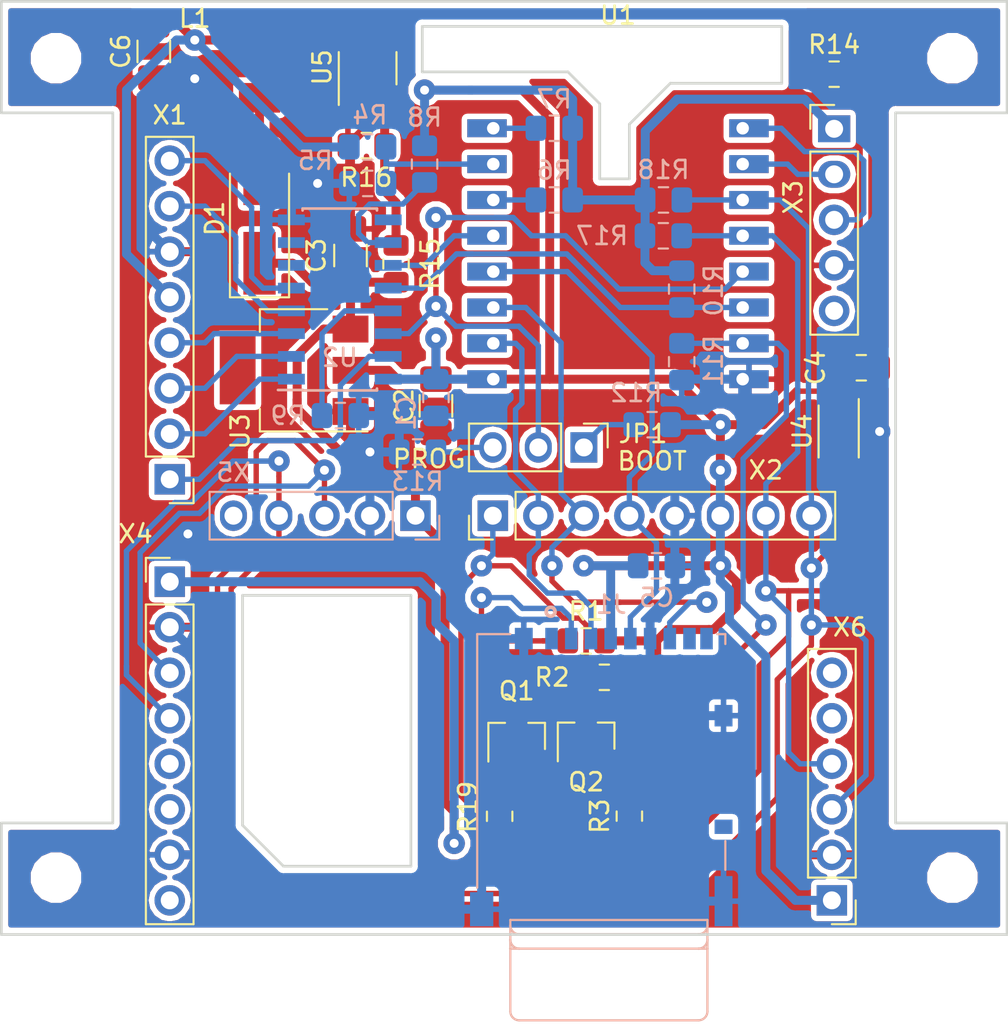
<source format=kicad_pcb>
(kicad_pcb (version 20171130) (host pcbnew "(5.0.1)-3")
  (title_block (title Copter) (company anton.sysoev.ru68@gmail.com) (comment 2 "Anton Sysoev"))
  (layers (0 F.Cu signal) (31 B.Cu signal) (34 B.Paste user) (35 F.Paste user) (36 B.SilkS user) (37 F.SilkS user) (38 B.Mask user) (39 F.Mask user) (44 Edge.Cuts user))
  (net 0 "")
  (net 1 GNDD)
  (net 2 +3V3)
  (net 3 +5V)
  (net 4 "Net-(C4-Pad1)")
  (net 5 +BATT)
  (net 6 "Net-(D1-Pad2)")
  (net 7 /CS1)
  (net 8 /MOSI)
  (net 9 /SCK)
  (net 10 /MISO)
  (net 11 "Net-(JP1-Pad1)")
  (net 12 "Net-(JP1-Pad3)")
  (net 13 /CS0)
  (net 14 "Net-(Q2-Pad1)")
  (net 15 /~CAM\~SD)
  (net 16 "Net-(R4-Pad2)")
  (net 17 "Net-(R6-Pad2)")
  (net 18 "Net-(R7-Pad2)")
  (net 19 "Net-(R8-Pad2)")
  (net 20 "Net-(R9-Pad1)")
  (net 21 "Net-(R15-Pad2)")
  (net 22 SCL)
  (net 23 SDA)
  (net 24 /LATCH)
  (net 25 /SHIFT)
  (net 26 /CLOCK)
  (net 27 /TXD)
  (net 28 /RXD)
  (net 29 /M2)
  (net 30 /M3)
  (net 31 /M4)
  (net 32 /M1)
  (net 33 "Net-(Q1-Pad1)")
  (net 34 /LED1)
  (net 35 /LED2)
  (module Connector_PinHeader_2.54mm:PinHeader_1x08_P2.54mm_Vertical (layer F.Cu) (at 52.451 97.028 180)
    (fp_text reference X1 (at 0 20.32 180) (layer F.SilkS))
    (fp_text value ESC)
    (pad 8 thru_hole oval (at 0 17.78 180) (size 1.7 1.7) (drill 1) (layers *.Cu *.Mask) (net 35 /LED2))
    (pad 7 thru_hole oval (at 0 15.24 180) (size 1.7 1.7) (drill 1) (layers *.Cu *.Mask) (net 34 /LED1))
    (pad 6 thru_hole oval (at 0 12.7 180) (size 1.7 1.7) (drill 1) (layers *.Cu *.Mask) (net 1 GNDD))
    (pad 5 thru_hole oval (at 0 10.16 180) (size 1.7 1.7) (drill 1) (layers *.Cu *.Mask) (net 5 +BATT))
    (pad 4 thru_hole oval (at 0 7.62 180) (size 1.7 1.7) (drill 1) (layers *.Cu *.Mask) (net 31 /M4))
    (pad 3 thru_hole oval (at 0 5.08 180) (size 1.7 1.7) (drill 1) (layers *.Cu *.Mask) (net 30 /M3))
    (pad 2 thru_hole oval (at 0 2.54 180) (size 1.7 1.7) (drill 1) (layers *.Cu *.Mask) (net 29 /M2))
    (pad 1 thru_hole rect (at 0 0 180) (size 1.7 1.7) (drill 1) (layers *.Cu *.Mask) (net 32 /M1))
  )
  (module Diode_SMD:D_SMA_Handsoldering (layer F.Cu) (at 57.462307 82.472616 90)
    (fp_text reference D1 (at 0 -2.5 90) (layer F.SilkS))
    (fp_text value SS34)
    (pad 2 smd rect (at 2.5 0 90) (size 3.5 1.8) (layers F.Cu F.Paste F.Mask) (net 6 "Net-(D1-Pad2)"))
    (pad 1 smd rect (at -2.5 0 90) (size 3.5 1.8) (layers F.Cu F.Paste F.Mask) (net 3 +5V))
  )
  (module custom:HRS_DM3AT-SF-PEJM5 (layer B.Cu) (at 76.962 105.918 180)
    (fp_text reference J1 (at -0.127 1.905 180) (layer B.SilkS) (effects (justify mirror)))
    (fp_text value DM3AT-SF-PEJM5 (at -2.70778 -22.5878 180) (layer B.SilkS) (effects (font (size 1.00077 1.00077) (thickness 0.05)) (justify mirror)))
    (pad P3 smd rect (at 7.1 -15.1 180) (size 1.3 1.9) (layers B.Cu B.Paste B.Mask) (net 1 GNDD))
    (pad P2 smd rect (at -6.4 -14.65 180) (size 1 2.8) (layers B.Cu B.Paste B.Mask) (net 1 GNDD))
    (pad SWA smd rect (at -6.4 -10.5 180) (size 1 0.8) (layers B.Cu B.Paste B.Mask))
    (pad P1 smd rect (at -6.4 -4.3 180) (size 1 1.2) (layers B.Cu B.Paste B.Mask) (net 1 GNDD))
    (pad P4 smd rect (at 4.75 0 180) (size 1 1.2) (layers B.Cu B.Paste B.Mask) (net 1 GNDD))
    (pad SWB smd rect (at -5.45 0 180) (size 0.7 1.2) (layers B.Cu B.Paste B.Mask))
    (pad 8 smd rect (at -4.5 0 180) (size 0.7 1.2) (layers B.Cu B.Paste B.Mask))
    (pad 7 smd rect (at -3.4 0 180) (size 0.7 1.2) (layers B.Cu B.Paste B.Mask) (net 10 /MISO))
    (pad 6 smd rect (at -2.3 0 180) (size 0.7 1.2) (layers B.Cu B.Paste B.Mask) (net 1 GNDD))
    (pad 5 smd rect (at -1.2 0 180) (size 0.7 1.2) (layers B.Cu B.Paste B.Mask) (net 9 /SCK))
    (pad 4 smd rect (at -0.1 0 180) (size 0.7 1.2) (layers B.Cu B.Paste B.Mask) (net 2 +3V3))
    (pad 3 smd rect (at 1 0 180) (size 0.7 1.2) (layers B.Cu B.Paste B.Mask) (net 8 /MOSI))
    (pad 2 smd rect (at 2.1 0 180) (size 0.7 1.2) (layers B.Cu B.Paste B.Mask) (net 7 /CS1))
    (pad 1 smd rect (at 3.2 0 180) (size 0.7 1.2) (layers B.Cu B.Paste B.Mask))
  )
  (module Connector_PinHeader_2.54mm:PinHeader_1x08_P2.54mm_Vertical (layer F.Cu) (at 70.485 99.06 90)
    (fp_text reference X2 (at 2.54 15.24) (layer F.SilkS))
    (fp_text value Arducam)
    (pad 1 thru_hole rect (at 0 0 90) (size 1.7 1.7) (drill 1) (layers *.Cu *.Mask) (net 13 /CS0))
    (pad 2 thru_hole oval (at 0 2.54 90) (size 1.7 1.7) (drill 1) (layers *.Cu *.Mask) (net 8 /MOSI))
    (pad 3 thru_hole oval (at 0 5.08 90) (size 1.7 1.7) (drill 1) (layers *.Cu *.Mask) (net 10 /MISO))
    (pad 4 thru_hole oval (at 0 7.62 90) (size 1.7 1.7) (drill 1) (layers *.Cu *.Mask) (net 9 /SCK))
    (pad 5 thru_hole oval (at 0 10.16 90) (size 1.7 1.7) (drill 1) (layers *.Cu *.Mask) (net 1 GNDD))
    (pad 6 thru_hole oval (at 0 12.7 90) (size 1.8 1.5) (drill 1) (layers *.Cu *.Mask) (net 2 +3V3))
    (pad 7 thru_hole oval (at 0 15.24 90) (size 1.7 1.5) (drill 1) (layers *.Cu *.Mask) (net 23 SDA))
    (pad 8 thru_hole oval (at 0 17.78 90) (size 1.7 1.7) (drill 1) (layers *.Cu *.Mask) (net 22 SCL))
  )
  (module custom:GY-273 (layer B.Cu) (at 66.167 99.06 90)
    (fp_text reference X5 (at 2.413 -10.16 180) (layer B.SilkS) (effects (justify mirror)))
    (fp_text value HMC5883L hide)
    (pad 1 thru_hole rect (at 0 0 90) (size 1.7 1.7) (drill 1) (layers *.Cu *.Mask) (net 3 +5V))
    (pad 2 thru_hole oval (at 0 -2.54 90) (size 1.7 1.7) (drill 1) (layers *.Cu *.Mask) (net 1 GNDD))
    (pad 3 thru_hole oval (at 0 -5.08 90) (size 1.7 1.7) (drill 1) (layers *.Cu *.Mask) (net 22 SCL))
    (pad 4 thru_hole oval (at 0 -7.62 90) (size 1.7 1.5) (drill 1) (layers *.Cu *.Mask) (net 23 SDA))
    (pad 5 thru_hole oval (at 0 -10.16 90) (size 1.7 1.5) (drill 1) (layers *.Cu *.Mask))
  )
  (module Capacitor_SMD:C_0805_2012Metric_Pad1.15x1.40mm_HandSolder (layer B.Cu) (at 67.31 92.465 270)
    (fp_text reference C1 (at 0.88 1.651 90) (layer B.SilkS) (effects (justify mirror)))
    (fp_text value "100 nF" hide)
    (pad 2 smd roundrect (at 1.025 0 270) (size 1.15 1.4) (layers B.Cu B.Paste B.Mask) (roundrect_rratio 0.217391) (net 1 GNDD))
    (pad 1 smd roundrect (at -1.025 0 270) (size 1.15 1.4) (layers B.Cu B.Paste B.Mask) (roundrect_rratio 0.217391) (net 2 +3V3))
  )
  (module Capacitor_SMD:C_1206_3216Metric_Pad1.42x1.75mm_HandSolder (layer F.Cu) (at 67.31 92.9275 270)
    (fp_text reference C2 (at 0 1.778 270) (layer F.SilkS))
    (fp_text value "20 uF" hide)
    (pad 1 smd roundrect (at -1.4875 0 270) (size 1.425 1.75) (layers F.Cu F.Paste F.Mask) (roundrect_rratio 0.175439) (net 2 +3V3))
    (pad 2 smd roundrect (at 1.4875 0 270) (size 1.425 1.75) (layers F.Cu F.Paste F.Mask) (roundrect_rratio 0.175439) (net 1 GNDD))
  )
  (module Capacitor_SMD:C_1206_3216Metric_Pad1.42x1.75mm_HandSolder (layer F.Cu) (at 62.542307 84.541116 90)
    (fp_text reference C3 (at 0 -1.905 90) (layer F.SilkS))
    (fp_text value "20 uF" hide)
    (pad 2 smd roundrect (at 1.4875 0 90) (size 1.425 1.75) (layers F.Cu F.Paste F.Mask) (roundrect_rratio 0.175439) (net 1 GNDD))
    (pad 1 smd roundrect (at -1.4875 0 90) (size 1.425 1.75) (layers F.Cu F.Paste F.Mask) (roundrect_rratio 0.175439) (net 3 +5V))
  )
  (module Capacitor_SMD:C_0805_2012Metric_Pad1.15x1.40mm_HandSolder (layer F.Cu) (at 91.05 90.805)
    (fp_text reference C4 (at -2.549 0 90) (layer F.SilkS))
    (fp_text value "1 uF" hide)
    (pad 1 smd roundrect (at -1.025 0) (size 1.15 1.4) (layers F.Cu F.Paste F.Mask) (roundrect_rratio 0.217391) (net 4 "Net-(C4-Pad1)"))
    (pad 2 smd roundrect (at 1.025 0) (size 1.15 1.4) (layers F.Cu F.Paste F.Mask) (roundrect_rratio 0.217391) (net 1 GNDD))
  )
  (module Capacitor_SMD:C_0805_2012Metric_Pad1.15x1.40mm_HandSolder (layer B.Cu) (at 79.62 101.854)
    (fp_text reference C5 (at 0.009 1.778) (layer B.SilkS) (effects (justify mirror)))
    (fp_text value "100 nF" hide)
    (pad 1 smd roundrect (at -1.025 0) (size 1.15 1.4) (layers B.Cu B.Paste B.Mask) (roundrect_rratio 0.217391) (net 2 +3V3))
    (pad 2 smd roundrect (at 1.025 0) (size 1.15 1.4) (layers B.Cu B.Paste B.Mask) (roundrect_rratio 0.217391) (net 1 GNDD))
  )
  (module Capacitor_SMD:C_1206_3216Metric_Pad1.42x1.75mm_HandSolder (layer F.Cu) (at 51.562 73.152 270)
    (fp_text reference C6 (at 0 1.8415 90) (layer F.SilkS))
    (fp_text value "20 uF" hide)
    (pad 1 smd roundrect (at -1.4875 0 270) (size 1.425 1.75) (layers F.Cu F.Paste F.Mask) (roundrect_rratio 0.175439) (net 5 +BATT))
    (pad 2 smd roundrect (at 1.4875 0 270) (size 1.425 1.75) (layers F.Cu F.Paste F.Mask) (roundrect_rratio 0.175439) (net 1 GNDD))
  )
  (module Connector_PinHeader_2.54mm:PinHeader_1x03_P2.54mm_Vertical (layer F.Cu) (at 75.565 95.25 270)
    (fp_text reference JP1 (at -0.762 -3.302) (layer F.SilkS))
    (fp_text value Jumper_3_Bridged12 hide)
    (pad 1 thru_hole rect (at 0 0 270) (size 1.7 1.5) (drill 1) (layers *.Cu *.Mask) (net 11 "Net-(JP1-Pad1)"))
    (pad 2 thru_hole oval (at 0 2.54 270) (size 1.7 1.5) (drill 1) (layers *.Cu *.Mask) (net 25 /SHIFT))
    (pad 3 thru_hole oval (at 0 5.08 270) (size 1.7 1.5) (drill 1) (layers *.Cu *.Mask) (net 12 "Net-(JP1-Pad3)"))
  )
  (module custom:SPM4020T (layer F.Cu) (at 57.462307 74.090616 90)
    (fp_text reference L1 (at 2.780116 -3.614307) (layer F.SilkS))
    (fp_text value SPM4020T-4R7 hide)
    (pad 1 smd rect (at -1.65 0 90) (size 1.65 2.3) (layers F.Cu F.Paste F.Mask) (net 6 "Net-(D1-Pad2)"))
    (pad 2 smd rect (at 1.65 0 90) (size 1.65 2.3) (layers F.Cu F.Paste F.Mask) (net 5 +BATT))
  )
  (module Package_TO_SOT_SMD:SOT-23 (layer F.Cu) (at 71.816 111.379 90)
    (fp_text reference Q1 (at 2.54 0 180) (layer F.SilkS))
    (fp_text value BSS138 hide)
    (pad 3 smd rect (at 1 0 90) (size 0.9 0.8) (layers F.Cu F.Paste F.Mask) (net 7 /CS1))
    (pad 2 smd rect (at -1 0.95 90) (size 0.9 0.8) (layers F.Cu F.Paste F.Mask) (net 1 GNDD))
    (pad 1 smd rect (at -1 -0.95 90) (size 0.9 0.8) (layers F.Cu F.Paste F.Mask) (net 33 "Net-(Q1-Pad1)"))
  )
  (module Package_TO_SOT_SMD:SOT-23 (layer F.Cu) (at 75.692 111.363 90)
    (fp_text reference Q2 (at -2.556 0 -180) (layer F.SilkS))
    (fp_text value BSS138 hide)
    (pad 1 smd rect (at -1 -0.95 90) (size 0.9 0.8) (layers F.Cu F.Paste F.Mask) (net 14 "Net-(Q2-Pad1)"))
    (pad 2 smd rect (at -1 0.95 90) (size 0.9 0.8) (layers F.Cu F.Paste F.Mask) (net 1 GNDD))
    (pad 3 smd rect (at 1 0 90) (size 0.9 0.8) (layers F.Cu F.Paste F.Mask) (net 13 /CS0))
  )
  (module Resistor_SMD:R_0805_2012Metric_Pad1.15x1.40mm_HandSolder (layer F.Cu) (at 75.692 106.045 180)
    (fp_text reference R1 (at 0 1.651 180) (layer F.SilkS))
    (fp_text value 33k hide)
    (pad 1 smd roundrect (at -1.025 0 180) (size 1.15 1.4) (layers F.Cu F.Paste F.Mask) (roundrect_rratio 0.217391) (net 2 +3V3))
    (pad 2 smd roundrect (at 1.025 0 180) (size 1.15 1.4) (layers F.Cu F.Paste F.Mask) (roundrect_rratio 0.217391) (net 7 /CS1))
  )
  (module Resistor_SMD:R_0805_2012Metric_Pad1.15x1.40mm_HandSolder (layer F.Cu) (at 76.708 108.077 180)
    (fp_text reference R2 (at 2.921 0 180) (layer F.SilkS))
    (fp_text value 33k hide)
    (pad 2 smd roundrect (at 1.025 0 180) (size 1.15 1.4) (layers F.Cu F.Paste F.Mask) (roundrect_rratio 0.217391) (net 13 /CS0))
    (pad 1 smd roundrect (at -1.025 0 180) (size 1.15 1.4) (layers F.Cu F.Paste F.Mask) (roundrect_rratio 0.217391) (net 2 +3V3))
  )
  (module Resistor_SMD:R_0805_2012Metric_Pad1.15x1.40mm_HandSolder (layer F.Cu) (at 78.105 115.824 270)
    (fp_text reference R3 (at 0 1.651 90) (layer F.SilkS))
    (fp_text value 3k3 hide)
    (pad 1 smd roundrect (at -1.025 0 270) (size 1.15 1.4) (layers F.Cu F.Paste F.Mask) (roundrect_rratio 0.217391) (net 14 "Net-(Q2-Pad1)"))
    (pad 2 smd roundrect (at 1.025 0 270) (size 1.15 1.4) (layers F.Cu F.Paste F.Mask) (roundrect_rratio 0.217391) (net 15 /~CAM\~SD))
  )
  (module Resistor_SMD:R_0805_2012Metric_Pad1.15x1.40mm_HandSolder (layer B.Cu) (at 63.5 78.486)
    (fp_text reference R4 (at 0.127 -1.778) (layer B.SilkS) (effects (justify mirror)))
    (fp_text value 110k hide)
    (pad 1 smd roundrect (at -1.025 0) (size 1.15 1.4) (layers B.Cu B.Paste B.Mask) (roundrect_rratio 0.217391) (net 5 +BATT))
    (pad 2 smd roundrect (at 1.025 0) (size 1.15 1.4) (layers B.Cu B.Paste B.Mask) (roundrect_rratio 0.217391) (net 16 "Net-(R4-Pad2)"))
  )
  (module Resistor_SMD:R_0805_2012Metric_Pad1.15x1.40mm_HandSolder (layer B.Cu) (at 63.5 80.518 180)
    (fp_text reference R5 (at 2.921 1.27 180) (layer B.SilkS) (effects (justify mirror)))
    (fp_text value 33k hide)
    (pad 2 smd roundrect (at 1.025 0 180) (size 1.15 1.4) (layers B.Cu B.Paste B.Mask) (roundrect_rratio 0.217391) (net 1 GNDD))
    (pad 1 smd roundrect (at -1.025 0 180) (size 1.15 1.4) (layers B.Cu B.Paste B.Mask) (roundrect_rratio 0.217391) (net 16 "Net-(R4-Pad2)"))
  )
  (module Resistor_SMD:R_0805_2012Metric_Pad1.15x1.40mm_HandSolder (layer B.Cu) (at 73.914 81.44 180)
    (fp_text reference R6 (at 0 1.65 180) (layer B.SilkS) (effects (justify mirror)))
    (fp_text value 3k3 hide)
    (pad 2 smd roundrect (at 1.025 0 180) (size 1.15 1.4) (layers B.Cu B.Paste B.Mask) (roundrect_rratio 0.217391) (net 17 "Net-(R6-Pad2)"))
    (pad 1 smd roundrect (at -1.025 0 180) (size 1.15 1.4) (layers B.Cu B.Paste B.Mask) (roundrect_rratio 0.217391) (net 2 +3V3))
  )
  (module Resistor_SMD:R_0805_2012Metric_Pad1.15x1.40mm_HandSolder (layer B.Cu) (at 73.914 77.44 180)
    (fp_text reference R7 (at 0 1.621 180) (layer B.SilkS) (effects (justify mirror)))
    (fp_text value 3k3 hide)
    (pad 2 smd roundrect (at 1.025 0 180) (size 1.15 1.4) (layers B.Cu B.Paste B.Mask) (roundrect_rratio 0.217391) (net 18 "Net-(R7-Pad2)"))
    (pad 1 smd roundrect (at -1.025 0 180) (size 1.15 1.4) (layers B.Cu B.Paste B.Mask) (roundrect_rratio 0.217391) (net 2 +3V3))
  )
  (module Resistor_SMD:R_0805_2012Metric_Pad1.15x1.40mm_HandSolder (layer B.Cu) (at 66.675 79.44 270)
    (fp_text reference R8 (at -2.605 0) (layer B.SilkS) (effects (justify mirror)))
    (fp_text value 33k hide)
    (pad 1 smd roundrect (at -1.025 0 270) (size 1.15 1.4) (layers B.Cu B.Paste B.Mask) (roundrect_rratio 0.217391) (net 2 +3V3))
    (pad 2 smd roundrect (at 1.025 0 270) (size 1.15 1.4) (layers B.Cu B.Paste B.Mask) (roundrect_rratio 0.217391) (net 19 "Net-(R8-Pad2)"))
  )
  (module Resistor_SMD:R_0805_2012Metric_Pad1.15x1.40mm_HandSolder (layer B.Cu) (at 61.976 93.472)
    (fp_text reference R9 (at -2.921 0) (layer B.SilkS) (effects (justify mirror)))
    (fp_text value 33k hide)
    (pad 1 smd roundrect (at -1.025 0) (size 1.15 1.4) (layers B.Cu B.Paste B.Mask) (roundrect_rratio 0.217391) (net 20 "Net-(R9-Pad1)"))
    (pad 2 smd roundrect (at 1.025 0) (size 1.15 1.4) (layers B.Cu B.Paste B.Mask) (roundrect_rratio 0.217391) (net 1 GNDD))
  )
  (module Resistor_SMD:R_0805_2012Metric_Pad1.15x1.40mm_HandSolder (layer B.Cu) (at 81.026 86.415 270)
    (fp_text reference R10 (at 0.072 -1.778 270) (layer B.SilkS) (effects (justify mirror)))
    (fp_text value 3k3 hide)
    (pad 2 smd roundrect (at 1.025 0 270) (size 1.15 1.4) (layers B.Cu B.Paste B.Mask) (roundrect_rratio 0.217391) (net 24 /LATCH))
    (pad 1 smd roundrect (at -1.025 0 270) (size 1.15 1.4) (layers B.Cu B.Paste B.Mask) (roundrect_rratio 0.217391) (net 2 +3V3))
  )
  (module Resistor_SMD:R_0805_2012Metric_Pad1.15x1.40mm_HandSolder (layer B.Cu) (at 81.026 90.465 270)
    (fp_text reference R11 (at -0.041 -1.778 270) (layer B.SilkS) (effects (justify mirror)))
    (fp_text value 3k3 hide)
    (pad 1 smd roundrect (at -1.025 0 270) (size 1.15 1.4) (layers B.Cu B.Paste B.Mask) (roundrect_rratio 0.217391) (net 15 /~CAM\~SD))
    (pad 2 smd roundrect (at 1.025 0 270) (size 1.15 1.4) (layers B.Cu B.Paste B.Mask) (roundrect_rratio 0.217391) (net 1 GNDD))
  )
  (module Resistor_SMD:R_0805_2012Metric_Pad1.15x1.40mm_HandSolder (layer B.Cu) (at 79.375 93.98 180)
    (fp_text reference R12 (at 0.889 1.778 180) (layer B.SilkS) (effects (justify mirror)))
    (fp_text value 3k3 hide)
    (pad 1 smd roundrect (at -1.025 0 180) (size 1.15 1.4) (layers B.Cu B.Paste B.Mask) (roundrect_rratio 0.217391) (net 2 +3V3))
    (pad 2 smd roundrect (at 1.025 0 180) (size 1.15 1.4) (layers B.Cu B.Paste B.Mask) (roundrect_rratio 0.217391) (net 11 "Net-(JP1-Pad1)"))
  )
  (module Resistor_SMD:R_0805_2012Metric_Pad1.15x1.40mm_HandSolder (layer B.Cu) (at 66.285 95.504 180)
    (fp_text reference R13 (at 0 -1.651) (layer B.SilkS) (effects (justify mirror)))
    (fp_text value 3k3 hide)
    (pad 2 smd roundrect (at 1.025 0 180) (size 1.15 1.4) (layers B.Cu B.Paste B.Mask) (roundrect_rratio 0.217391) (net 1 GNDD))
    (pad 1 smd roundrect (at -1.025 0 180) (size 1.15 1.4) (layers B.Cu B.Paste B.Mask) (roundrect_rratio 0.217391) (net 12 "Net-(JP1-Pad3)"))
  )
  (module Resistor_SMD:R_0805_2012Metric_Pad1.15x1.40mm_HandSolder (layer F.Cu) (at 89.535 74.422)
    (fp_text reference R14 (at 0 -1.651) (layer F.SilkS))
    (fp_text value 1k hide)
    (pad 2 smd roundrect (at 1.025 0) (size 1.15 1.4) (layers F.Cu F.Paste F.Mask) (roundrect_rratio 0.217391) (net 4 "Net-(C4-Pad1)"))
    (pad 1 smd roundrect (at -1.025 0) (size 1.15 1.4) (layers F.Cu F.Paste F.Mask) (roundrect_rratio 0.217391) (net 5 +BATT))
  )
  (module Resistor_SMD:R_0805_2012Metric_Pad1.15x1.40mm_HandSolder (layer F.Cu) (at 65.082307 85.003616 90)
    (fp_text reference R15 (at 0 1.905 90) (layer F.SilkS))
    (fp_text value 160k hide)
    (pad 2 smd roundrect (at 1.025 0 90) (size 1.15 1.4) (layers F.Cu F.Paste F.Mask) (roundrect_rratio 0.217391) (net 21 "Net-(R15-Pad2)"))
    (pad 1 smd roundrect (at -1.025 0 90) (size 1.15 1.4) (layers F.Cu F.Paste F.Mask) (roundrect_rratio 0.217391) (net 3 +5V))
  )
  (module Resistor_SMD:R_0805_2012Metric_Pad1.15x1.40mm_HandSolder (layer F.Cu) (at 63.422307 78.408616 180)
    (fp_text reference R16 (at 0 -1.778 180) (layer F.SilkS))
    (fp_text value 22k hide)
    (pad 1 smd roundrect (at -1.025 0 180) (size 1.15 1.4) (layers F.Cu F.Paste F.Mask) (roundrect_rratio 0.217391) (net 21 "Net-(R15-Pad2)"))
    (pad 2 smd roundrect (at 1.025 0 180) (size 1.15 1.4) (layers F.Cu F.Paste F.Mask) (roundrect_rratio 0.217391) (net 1 GNDD))
  )
  (module Resistor_SMD:R_0805_2012Metric_Pad1.15x1.40mm_HandSolder (layer B.Cu) (at 80.001 83.44)
    (fp_text reference R17 (at -3.42 0) (layer B.SilkS) (effects (justify mirror)))
    (fp_text value 3k3 hide)
    (pad 1 smd roundrect (at -1.025 0) (size 1.15 1.4) (layers B.Cu B.Paste B.Mask) (roundrect_rratio 0.217391) (net 2 +3V3))
    (pad 2 smd roundrect (at 1.025 0) (size 1.15 1.4) (layers B.Cu B.Paste B.Mask) (roundrect_rratio 0.217391) (net 23 SDA))
  )
  (module Resistor_SMD:R_0805_2012Metric_Pad1.15x1.40mm_HandSolder (layer B.Cu) (at 80.01 81.44)
    (fp_text reference R18 (at 0 -1.684) (layer B.SilkS) (effects (justify mirror)))
    (fp_text value 3k3 hide)
    (pad 2 smd roundrect (at 1.025 0) (size 1.15 1.4) (layers B.Cu B.Paste B.Mask) (roundrect_rratio 0.217391) (net 22 SCL))
    (pad 1 smd roundrect (at -1.025 0) (size 1.15 1.4) (layers B.Cu B.Paste B.Mask) (roundrect_rratio 0.217391) (net 2 +3V3))
  )
  (module custom:ESP-07 (layer F.Cu) (at 77.47 82.34)
    (fp_text reference U1 (at 0 -11.2) (layer F.SilkS))
    (fp_text value ESP-07)
    (pad 1 thru_hole rect (at -6.96 -4.9) (size 2.2 1) (drill 0.7 (offset -0.35 0)) (layers *.Cu *.Mask) (net 18 "Net-(R7-Pad2)"))
    (pad 2 thru_hole rect (at -6.96 -2.9) (size 2.2 1) (drill 0.7 (offset -0.35 0)) (layers *.Cu *.Mask) (net 16 "Net-(R4-Pad2)"))
    (pad 3 thru_hole rect (at -6.96 -0.9) (size 2.2 1) (drill 0.7 (offset -0.35 0)) (layers *.Cu *.Mask) (net 17 "Net-(R6-Pad2)"))
    (pad 4 thru_hole rect (at -6.96 1.1) (size 2.2 1) (drill 0.7 (offset -0.35 0)) (layers *.Cu *.Mask) (net 26 /CLOCK))
    (pad 5 thru_hole rect (at -6.96 3.1) (size 2.2 1) (drill 0.7 (offset -0.35 0)) (layers *.Cu *.Mask) (net 9 /SCK))
    (pad 6 thru_hole rect (at -6.96 5.1) (size 2.2 1) (drill 0.7 (offset -0.35 0)) (layers *.Cu *.Mask) (net 10 /MISO))
    (pad 7 thru_hole rect (at -6.96 7.1) (size 2.2 1) (drill 0.7 (offset -0.35 0)) (layers *.Cu *.Mask) (net 8 /MOSI))
    (pad 8 thru_hole rect (at -6.96 9.1) (size 2.2 1) (drill 0.7 (offset -0.35 0)) (layers *.Cu *.Mask) (net 2 +3V3))
    (pad 9 thru_hole rect (at 6.96 9.1 180) (size 2.2 1) (drill 0.7 (offset -0.35 0)) (layers *.Cu *.Mask) (net 1 GNDD))
    (pad 10 thru_hole rect (at 6.96 7.1 180) (size 2.2 1) (drill 0.7 (offset -0.35 0)) (layers *.Cu *.Mask) (net 15 /~CAM\~SD))
    (pad 11 thru_hole rect (at 6.96 5.1 180) (size 2.2 1) (drill 0.7 (offset -0.35 0)) (layers *.Cu *.Mask) (net 24 /LATCH))
    (pad 12 thru_hole rect (at 6.96 3.1 180) (size 2.2 1) (drill 0.7 (offset -0.35 0)) (layers *.Cu *.Mask) (net 25 /SHIFT))
    (pad 13 thru_hole rect (at 6.96 1.1 180) (size 2.2 1) (drill 0.7 (offset -0.35 0)) (layers *.Cu *.Mask) (net 23 SDA))
    (pad 14 thru_hole rect (at 6.96 -0.9 180) (size 2.2 1) (drill 0.7 (offset -0.35 0)) (layers *.Cu *.Mask) (net 22 SCL))
    (pad 15 thru_hole rect (at 6.96 -2.9 180) (size 2.2 1) (drill 0.7 (offset -0.35 0)) (layers *.Cu *.Mask) (net 27 /TXD))
    (pad 16 thru_hole rect (at 6.96 -4.9 180) (size 2.2 1) (drill 0.7 (offset -0.35 0)) (layers *.Cu *.Mask) (net 28 /RXD))
  )
  (module Package_SO:SOIC-16_3.9x9.9mm_P1.27mm (layer B.Cu) (at 61.943 86.995)
    (fp_text reference U2 (at 0 3.2385) (layer B.SilkS) (effects (justify mirror)))
    (fp_text value 74HC595 hide)
    (pad 1 smd rect (at -2.7 4.445) (size 1.5 0.6) (layers B.Cu B.Paste B.Mask) (net 29 /M2))
    (pad 2 smd rect (at -2.7 3.175) (size 1.5 0.6) (layers B.Cu B.Paste B.Mask) (net 30 /M3))
    (pad 3 smd rect (at -2.7 1.905) (size 1.5 0.6) (layers B.Cu B.Paste B.Mask) (net 31 /M4))
    (pad 4 smd rect (at -2.7 0.635) (size 1.5 0.6) (layers B.Cu B.Paste B.Mask) (net 34 /LED1))
    (pad 5 smd rect (at -2.7 -0.635) (size 1.5 0.6) (layers B.Cu B.Paste B.Mask) (net 35 /LED2))
    (pad 6 smd rect (at -2.7 -1.905) (size 1.5 0.6) (layers B.Cu B.Paste B.Mask))
    (pad 7 smd rect (at -2.7 -3.175) (size 1.5 0.6) (layers B.Cu B.Paste B.Mask))
    (pad 8 smd rect (at -2.7 -4.445) (size 1.5 0.6) (layers B.Cu B.Paste B.Mask) (net 1 GNDD))
    (pad 9 smd rect (at 2.7 -4.445) (size 1.5 0.6) (layers B.Cu B.Paste B.Mask))
    (pad 10 smd rect (at 2.7 -3.175) (size 1.5 0.6) (layers B.Cu B.Paste B.Mask) (net 19 "Net-(R8-Pad2)"))
    (pad 11 smd rect (at 2.7 -1.905) (size 1.5 0.6) (layers B.Cu B.Paste B.Mask) (net 26 /CLOCK))
    (pad 12 smd rect (at 2.7 -0.635) (size 1.5 0.6) (layers B.Cu B.Paste B.Mask) (net 24 /LATCH))
    (pad 13 smd rect (at 2.7 0.635) (size 1.5 0.6) (layers B.Cu B.Paste B.Mask) (net 20 "Net-(R9-Pad1)"))
    (pad 14 smd rect (at 2.7 1.905) (size 1.5 0.6) (layers B.Cu B.Paste B.Mask) (net 25 /SHIFT))
    (pad 15 smd rect (at 2.7 3.175) (size 1.5 0.6) (layers B.Cu B.Paste B.Mask) (net 32 /M1))
    (pad 16 smd rect (at 2.7 4.445) (size 1.5 0.6) (layers B.Cu B.Paste B.Mask) (net 2 +3V3))
  )
  (module Package_TO_SOT_SMD:SOT-223-3_TabPin2 (layer F.Cu) (at 59.392307 90.946 180)
    (fp_text reference U3 (at 3.004307 -3.415 270) (layer F.SilkS))
    (fp_text value LM1117-3.3 hide)
    (pad 2 smd rect (at 3.15 0 180) (size 2 3.8) (layers F.Cu F.Paste F.Mask) (net 2 +3V3))
    (pad 2 smd rect (at -3.15 0 180) (size 2 1.5) (layers F.Cu F.Paste F.Mask) (net 2 +3V3))
    (pad 3 smd rect (at -3.15 2.3 180) (size 2 1.5) (layers F.Cu F.Paste F.Mask) (net 3 +5V))
    (pad 1 smd rect (at -3.15 -2.3 180) (size 2 1.5) (layers F.Cu F.Paste F.Mask) (net 1 GNDD))
  )
  (module Package_DFN_QFN:TDFN-8-1EP_3x2mm_P0.5mm_EP1.80x1.65mm (layer F.Cu) (at 89.789 94.361 270)
    (fp_text reference U4 (at 0 2.032 270) (layer F.SilkS))
    (fp_text value MAX17040 hide)
    (pad 1 smd oval (at -1.45 -0.75 270) (size 0.85 0.25) (layers F.Cu F.Paste F.Mask) (net 1 GNDD))
    (pad 2 smd oval (at -1.45 -0.25 270) (size 0.85 0.25) (layers F.Cu F.Paste F.Mask) (net 4 "Net-(C4-Pad1)"))
    (pad 3 smd oval (at -1.45 0.25 270) (size 0.85 0.25) (layers F.Cu F.Paste F.Mask) (net 2 +3V3))
    (pad 4 smd oval (at -1.45 0.75 270) (size 0.85 0.25) (layers F.Cu F.Paste F.Mask) (net 1 GNDD))
    (pad 8 smd oval (at 1.45 -0.75 270) (size 0.85 0.25) (layers F.Cu F.Paste F.Mask) (net 23 SDA))
    (pad 7 smd oval (at 1.45 -0.25 270) (size 0.85 0.25) (layers F.Cu F.Paste F.Mask) (net 22 SCL))
    (pad 6 smd oval (at 1.45 0.25 270) (size 0.85 0.25) (layers F.Cu F.Paste F.Mask) (net 1 GNDD))
    (pad 5 smd oval (at 1.45 0.75 270) (size 0.85 0.25) (layers F.Cu F.Paste F.Mask) (net 1 GNDD))
    (pad 9 smd rect (at 0 0 270) (size 1.8 1.65) (layers F.Cu F.Mask) (net 1 GNDD))
  )
  (module Package_TO_SOT_SMD:SOT-23-6_Handsoldering (layer F.Cu) (at 63.497307 74.090616 90)
    (fp_text reference U5 (at 0.049616 -2.537307 270) (layer F.SilkS))
    (fp_text value MT3608 hide)
    (pad 1 smd rect (at -1.35 -0.95 90) (size 1.56 0.65) (layers F.Cu F.Paste F.Mask) (net 6 "Net-(D1-Pad2)"))
    (pad 2 smd rect (at -1.35 0 90) (size 1.56 0.65) (layers F.Cu F.Paste F.Mask) (net 1 GNDD))
    (pad 3 smd rect (at -1.35 0.95 90) (size 1.56 0.65) (layers F.Cu F.Paste F.Mask) (net 21 "Net-(R15-Pad2)"))
    (pad 4 smd rect (at 1.35 0.95 90) (size 1.56 0.65) (layers F.Cu F.Paste F.Mask) (net 5 +BATT))
    (pad 6 smd rect (at 1.35 -0.95 90) (size 1.56 0.65) (layers F.Cu F.Paste F.Mask))
    (pad 5 smd rect (at 1.35 0 90) (size 1.56 0.65) (layers F.Cu F.Paste F.Mask) (net 5 +BATT))
  )
  (module Connector_PinHeader_2.54mm:PinHeader_1x05_P2.54mm_Vertical (layer F.Cu) (at 89.535 77.47)
    (fp_text reference X3 (at -2.286 3.81 90) (layer F.SilkS))
    (fp_text value UART)
    (pad 1 thru_hole rect (at 0 0) (size 1.8 1.5) (drill 1) (layers *.Cu *.Mask) (net 2 +3V3))
    (pad 2 thru_hole oval (at 0 2.54) (size 1.8 1.5) (drill 1) (layers *.Cu *.Mask) (net 27 /TXD))
    (pad 3 thru_hole oval (at 0 5.08) (size 1.7 1.7) (drill 1) (layers *.Cu *.Mask) (net 28 /RXD))
    (pad 4 thru_hole oval (at 0 7.62) (size 1.7 1.7) (drill 1) (layers *.Cu *.Mask) (net 1 GNDD))
    (pad 5 thru_hole oval (at 0 10.16) (size 1.7 1.7) (drill 1) (layers *.Cu *.Mask))
  )
  (module custom:GY-521 (layer F.Cu) (at 52.451 102.743)
    (fp_text reference X4 (at -1.905 -2.667 180) (layer F.SilkS))
    (fp_text value MPU-6050 hide)
    (pad 1 thru_hole rect (at 0 0) (size 1.7 1.7) (drill 1) (layers *.Cu *.Mask) (net 3 +5V))
    (pad 2 thru_hole oval (at 0 2.54) (size 1.7 1.7) (drill 1) (layers *.Cu *.Mask) (net 1 GNDD))
    (pad 3 thru_hole oval (at 0 5.08) (size 1.7 1.7) (drill 1) (layers *.Cu *.Mask) (net 22 SCL))
    (pad 4 thru_hole oval (at 0 7.62) (size 1.7 1.7) (drill 1) (layers *.Cu *.Mask) (net 23 SDA))
    (pad 5 thru_hole oval (at 0 10.16) (size 1.7 1.7) (drill 1) (layers *.Cu *.Mask))
    (pad 6 thru_hole oval (at 0 12.7) (size 1.7 1.7) (drill 1) (layers *.Cu *.Mask))
    (pad 7 thru_hole oval (at 0 15.24) (size 1.7 1.7) (drill 1) (layers *.Cu *.Mask) (net 1 GNDD))
    (pad 8 thru_hole oval (at 0 17.78) (size 1.7 1.7) (drill 1) (layers *.Cu *.Mask))
  )
  (module custom:GY-BMP280 (layer F.Cu) (at 89.408 120.523 180)
    (fp_text reference X6 (at -1.016 15.24 180) (layer F.SilkS))
    (fp_text value BMP280)
    (pad 1 thru_hole rect (at 0 0 180) (size 1.7 1.7) (drill 1) (layers *.Cu *.Mask) (net 2 +3V3))
    (pad 2 thru_hole oval (at 0 2.54 180) (size 1.7 1.7) (drill 1) (layers *.Cu *.Mask) (net 1 GNDD))
    (pad 3 thru_hole oval (at 0 5.08 180) (size 1.7 1.7) (drill 1) (layers *.Cu *.Mask) (net 22 SCL))
    (pad 4 thru_hole oval (at 0 7.62 180) (size 1.7 1.7) (drill 1) (layers *.Cu *.Mask) (net 23 SDA))
    (pad 5 thru_hole oval (at 0 10.16 180) (size 1.7 1.7) (drill 1) (layers *.Cu *.Mask))
    (pad 6 thru_hole oval (at 0 12.7 180) (size 1.7 1.7) (drill 1) (layers *.Cu *.Mask))
  )
  (module Resistor_SMD:R_0805_2012Metric_Pad1.15x1.40mm_HandSolder (layer F.Cu) (at 70.866 115.833 90)
    (fp_text reference R19 (at 0.517 -1.778 90) (layer F.SilkS))
    (fp_text value 3k3 hide)
    (pad 1 smd roundrect (at -1.025 0 90) (size 1.15 1.4) (layers F.Cu F.Paste F.Mask) (roundrect_rratio 0.217391) (net 13 /CS0))
    (pad 2 smd roundrect (at 1.025 0 90) (size 1.15 1.4) (layers F.Cu F.Paste F.Mask) (roundrect_rratio 0.217391) (net 33 "Net-(Q1-Pad1)"))
  )
  (module MountingHole:MountingHole_2.2mm_M2 (layer F.Cu) (at 46.101 119.253)
    (fp_text reference "" hide)
    (fp_text value "" hide)
    (pad 1 np_thru_hole circle (at 0 0) (size 2.2 2.2) (drill 2.2) (layers *.Cu *.Mask))
  )
  (module MountingHole:MountingHole_2.2mm_M2 (layer F.Cu) (at 96.139 119.253)
    (fp_text reference "" hide)
    (fp_text value "" hide)
    (pad 1 np_thru_hole circle (at 0 0) (size 2.2 2.2) (drill 2.2) (layers *.Cu *.Mask))
  )
  (module MountingHole:MountingHole_2.2mm_M2 (layer F.Cu) (at 46.101 73.533)
    (fp_text reference "" hide)
    (fp_text value "" hide)
    (pad 1 np_thru_hole circle (at 0 0) (size 2.2 2.2) (drill 2.2) (layers *.Cu *.Mask))
  )
  (module MountingHole:MountingHole_2.2mm_M2 (layer F.Cu) (at 96.139 73.533)
    (fp_text reference "" hide)
    (fp_text value "" hide)
    (pad 1 np_thru_hole circle (at 0 0) (size 2.2 2.2) (drill 2.2) (layers *.Cu *.Mask))
  )
  (gr_line (start 56.515 116.332) (end 56.515 103.505) (layer Edge.Cuts) (width 0.15))
  (gr_line (start 58.801 118.618) (end 56.515 116.332) (layer Edge.Cuts) (width 0.15))
  (gr_line (start 65.913 118.618) (end 58.801 118.618) (layer Edge.Cuts) (width 0.15))
  (gr_line (start 65.913 103.505) (end 65.913 118.618) (layer Edge.Cuts) (width 0.15))
  (gr_line (start 56.515 103.505) (end 65.913 103.505) (layer Edge.Cuts) (width 0.15))
  (gr_line (start 66.548 74.295) (end 66.548 71.755) (layer Edge.Cuts) (width 0.15))
  (gr_line (start 74.676 74.295) (end 66.548 74.295) (layer Edge.Cuts) (width 0.15))
  (gr_line (start 76.454 76.073) (end 74.676 74.295) (layer Edge.Cuts) (width 0.15))
  (gr_line (start 76.454 80.264) (end 76.454 76.073) (layer Edge.Cuts) (width 0.15))
  (gr_line (start 78.105 80.264) (end 76.454 80.264) (layer Edge.Cuts) (width 0.15))
  (gr_line (start 78.105 77.216) (end 78.105 80.264) (layer Edge.Cuts) (width 0.15))
  (gr_line (start 80.391 74.93) (end 78.105 77.216) (layer Edge.Cuts) (width 0.15))
  (gr_line (start 86.614 74.93) (end 80.391 74.93) (layer Edge.Cuts) (width 0.15))
  (gr_line (start 86.614 71.755) (end 86.614 74.93) (layer Edge.Cuts) (width 0.15))
  (gr_line (start 66.548 71.755) (end 86.614 71.755) (layer Edge.Cuts) (width 0.15))
  (gr_text BOOT (at 79.375 96.012) (layer F.SilkS) (effects (font (size 1 1))))
  (gr_text PROG (at 66.929 95.885) (layer F.SilkS) (effects (font (size 1 1))))
  (gr_line (start 43.053 76.581) (end 49.276 76.581) (layer Edge.Cuts) (width 0.15))
  (gr_line (start 43.053 70.358) (end 43.053 76.581) (layer Edge.Cuts) (width 0.15))
  (gr_line (start 99.187 76.581) (end 92.964 76.581) (layer Edge.Cuts) (width 0.15))
  (gr_line (start 99.187 70.358) (end 99.187 76.581) (layer Edge.Cuts) (width 0.15))
  (gr_line (start 99.187 116.205) (end 92.964 116.205) (layer Edge.Cuts) (width 0.15))
  (gr_line (start 99.187 122.428) (end 99.187 116.205) (layer Edge.Cuts) (width 0.15))
  (gr_line (start 49.276 116.205) (end 49.276 76.581) (layer Edge.Cuts) (width 0.15))
  (gr_line (start 99.187 70.358) (end 43.053 70.358) (layer Edge.Cuts) (width 0.15))
  (gr_line (start 92.964 116.205) (end 92.964 76.581) (layer Edge.Cuts) (width 0.15))
  (gr_line (start 43.053 122.428) (end 43.053 116.205) (layer Edge.Cuts) (width 0.15))
  (gr_line (start 99.187 122.428) (end 43.053 122.428) (layer Edge.Cuts) (width 0.15))
  (gr_line (start 43.053 116.205) (end 49.276 116.205) (layer Edge.Cuts) (width 0.15))
  (segment (start 62.542307 78.553616) (end 62.397307 78.408616) (width 0.5) (layer F.Cu) (net 1))
  (segment (start 63.497307 77.308616) (end 62.397307 78.408616) (width 0.5) (layer F.Cu) (net 1))
  (segment (start 63.497307 75.440616) (end 63.497307 77.308616) (width 0.5) (layer F.Cu) (net 1))
  (segment (start 79.262 105.918) (end 79.262 104.888) (width 0.5) (layer B.Cu) (net 1))
  (segment (start 81.076 91.44) (end 81.026 91.49) (width 0.5) (layer B.Cu) (net 1))
  (segment (start 84.43 91.44) (end 81.076 91.44) (width 0.5) (layer B.Cu) (net 1))
  (segment (start 84.43 91.44) (end 84.43 94.64) (width 0.5) (layer B.Cu) (net 1))
  (segment (start 84.43 94.64) (end 83.82 95.25) (width 0.5) (layer B.Cu) (net 1))
  (segment (start 83.82 95.25) (end 81.661 95.25) (width 0.5) (layer B.Cu) (net 1))
  (segment (start 80.645 96.266) (end 80.645 99.06) (width 0.5) (layer B.Cu) (net 1))
  (segment (start 81.661 95.25) (end 80.645 96.266) (width 0.5) (layer B.Cu) (net 1))
  (segment (start 80.645 99.06) (end 80.645 101.854) (width 0.5) (layer B.Cu) (net 1))
  (segment (start 80.645 103.505) (end 80.264 103.886) (width 0.5) (layer B.Cu) (net 1))
  (segment (start 80.645 101.854) (end 80.645 103.505) (width 0.5) (layer B.Cu) (net 1))
  (segment (start 79.262 104.888) (end 80.264 103.886) (width 0.5) (layer B.Cu) (net 1))
  (segment (start 82.362 110.218) (end 83.362 110.218) (width 0.5) (layer B.Cu) (net 1))
  (segment (start 72.212 105.918) (end 72.212 107.018) (width 0.5) (layer B.Cu) (net 1))
  (segment (start 69.862 119.568) (end 70.812 118.618) (width 0.5) (layer B.Cu) (net 1))
  (segment (start 69.862 121.018) (end 69.862 119.568) (width 0.5) (layer B.Cu) (net 1))
  (segment (start 80.436 120.568) (end 83.362 120.568) (width 0.5) (layer B.Cu) (net 1))
  (segment (start 78.486 118.618) (end 80.436 120.568) (width 0.5) (layer B.Cu) (net 1))
  (segment (start 72.212 118.567) (end 72.263 118.618) (width 0.5) (layer B.Cu) (net 1))
  (segment (start 70.812 118.618) (end 72.263 118.618) (width 0.5) (layer B.Cu) (net 1))
  (segment (start 72.263 118.618) (end 78.486 118.618) (width 0.5) (layer B.Cu) (net 1))
  (segment (start 72.212 108.712) (end 79.262 108.712) (width 0.5) (layer B.Cu) (net 1))
  (segment (start 79.262 105.918) (end 79.262 108.712) (width 0.5) (layer B.Cu) (net 1))
  (segment (start 72.212 108.712) (end 72.212 118.567) (width 0.5) (layer B.Cu) (net 1))
  (segment (start 72.212 107.018) (end 72.212 108.712) (width 0.5) (layer B.Cu) (net 1))
  (segment (start 79.266 108.712) (end 80.772 110.218) (width 0.5) (layer B.Cu) (net 1))
  (segment (start 79.262 108.712) (end 79.266 108.712) (width 0.5) (layer B.Cu) (net 1))
  (segment (start 80.772 110.218) (end 82.362 110.218) (width 0.5) (layer B.Cu) (net 1))
  (segment (start 75.946 114.427) (end 76.642 113.731) (width 0.5) (layer F.Cu) (net 1))
  (segment (start 72.771 113.334) (end 72.771 113.665) (width 0.5) (layer F.Cu) (net 1))
  (segment (start 72.766 113.329) (end 72.771 113.334) (width 0.5) (layer F.Cu) (net 1))
  (segment (start 72.766 112.379) (end 72.766 113.329) (width 0.5) (layer F.Cu) (net 1))
  (segment (start 76.642 113.731) (end 76.642 112.363) (width 0.5) (layer F.Cu) (net 1))
  (segment (start 73.533 114.427) (end 75.946 114.427) (width 0.5) (layer F.Cu) (net 1))
  (segment (start 83.362 120.568) (end 83.362 119.668) (width 0.5) (layer B.Cu) (net 1))
  (segment (start 67.292 93.472) (end 67.31 93.49) (width 0.5) (layer B.Cu) (net 1))
  (segment (start 65.26 93.49) (end 65.278 93.472) (width 0.5) (layer B.Cu) (net 1))
  (segment (start 65.26 95.504) (end 65.26 93.49) (width 0.5) (layer B.Cu) (net 1))
  (segment (start 63.001 93.472) (end 65.278 93.472) (width 0.5) (layer B.Cu) (net 1))
  (segment (start 65.278 93.472) (end 67.292 93.472) (width 0.5) (layer B.Cu) (net 1))
  (via (at 63.627 95.504) (size 1.2) (drill 0.5) (layers F.Cu B.Cu) (net 1))
  (segment (start 63.627 99.06) (end 63.627 95.504) (width 0.5) (layer B.Cu) (net 1))
  (segment (start 63.627 95.504) (end 65.26 95.504) (width 0.5) (layer B.Cu) (net 1))
  (via (at 60.706 80.518) (size 1.2) (drill 0.5) (layers F.Cu B.Cu) (net 1))
  (segment (start 62.542307 80.518) (end 60.706 80.518) (width 0.5) (layer F.Cu) (net 1))
  (segment (start 60.706 80.518) (end 62.475 80.518) (width 0.5) (layer B.Cu) (net 1))
  (segment (start 62.542307 83.053616) (end 62.542307 80.518) (width 0.5) (layer F.Cu) (net 1))
  (segment (start 62.542307 80.518) (end 62.542307 78.553616) (width 0.5) (layer F.Cu) (net 1))
  (segment (start 62.542307 94.419307) (end 63.627 95.504) (width 0.5) (layer F.Cu) (net 1))
  (segment (start 62.542307 93.246) (end 62.542307 94.419307) (width 0.5) (layer F.Cu) (net 1))
  (segment (start 65.211307 94.415) (end 67.31 94.415) (width 0.5) (layer F.Cu) (net 1))
  (segment (start 62.542307 93.246) (end 64.042307 93.246) (width 0.5) (layer F.Cu) (net 1))
  (segment (start 64.042307 93.246) (end 65.211307 94.415) (width 0.5) (layer F.Cu) (net 1))
  (via (at 53.467 100.076) (size 1.2) (drill 0.5) (layers F.Cu B.Cu) (net 1))
  (segment (start 63.627 101.346) (end 63.627 99.06) (width 0.5) (layer B.Cu) (net 1))
  (segment (start 89.535 85.09) (end 91.44 85.09) (width 0.5) (layer B.Cu) (net 1))
  (segment (start 91.44 85.09) (end 92.075 85.725) (width 0.5) (layer B.Cu) (net 1))
  (segment (start 89.539 94.611) (end 89.789 94.361) (width 0.15) (layer F.Cu) (net 1))
  (segment (start 89.539 95.811) (end 89.539 94.611) (width 0.3) (layer F.Cu) (net 1))
  (segment (start 89.039 93.611) (end 89.789 94.361) (width 0.15) (layer F.Cu) (net 1))
  (segment (start 89.039 92.911) (end 89.039 93.611) (width 0.3) (layer F.Cu) (net 1))
  (segment (start 90.539 93.611) (end 89.789 94.361) (width 0.15) (layer F.Cu) (net 1))
  (segment (start 90.539 92.911) (end 90.539 93.611) (width 0.3) (layer F.Cu) (net 1))
  (segment (start 89.789 94.361) (end 91.186 94.361) (width 0.5) (layer F.Cu) (net 1))
  (via (at 92.075 94.361) (size 1.2) (drill 0.5) (layers F.Cu B.Cu) (net 1))
  (segment (start 91.186 94.361) (end 92.075 94.361) (width 0.5) (layer F.Cu) (net 1))
  (segment (start 92.075 85.725) (end 92.075 94.361) (width 0.5) (layer B.Cu) (net 1))
  (segment (start 92.075 90.805) (end 92.075 94.361) (width 0.5) (layer F.Cu) (net 1))
  (segment (start 73.533 114.427) (end 72.771 114.427) (width 0.5) (layer F.Cu) (net 1))
  (segment (start 72.771 113.665) (end 72.771 114.427) (width 0.5) (layer F.Cu) (net 1))
  (segment (start 92.075 94.361) (end 92.075 117.094) (width 0.5) (layer F.Cu) (net 1))
  (segment (start 91.186 117.983) (end 89.408 117.983) (width 0.5) (layer F.Cu) (net 1))
  (segment (start 92.075 117.094) (end 91.186 117.983) (width 0.5) (layer F.Cu) (net 1))
  (segment (start 71.755 118.491) (end 72.771 117.475) (width 0.5) (layer F.Cu) (net 1))
  (segment (start 67.691 118.491) (end 71.755 118.491) (width 0.5) (layer F.Cu) (net 1))
  (segment (start 72.771 114.427) (end 72.771 117.475) (width 0.5) (layer F.Cu) (net 1))
  (segment (start 54.229 107.061) (end 54.229 117.983) (width 0.5) (layer B.Cu) (net 1))
  (segment (start 52.451 105.283) (end 54.229 107.061) (width 0.5) (layer B.Cu) (net 1))
  (segment (start 52.451 117.983) (end 54.229 117.983) (width 0.5) (layer B.Cu) (net 1))
  (segment (start 57.264 121.018) (end 54.229 117.983) (width 0.5) (layer B.Cu) (net 1))
  (segment (start 58.801 121.018) (end 57.264 121.018) (width 0.5) (layer B.Cu) (net 1))
  (segment (start 69.862 121.018) (end 58.801 121.018) (width 0.5) (layer B.Cu) (net 1))
  (segment (start 58.801 121.018) (end 58.28 121.018) (width 0.5) (layer B.Cu) (net 1))
  (segment (start 52.451 105.283) (end 54.229 105.283) (width 0.5) (layer F.Cu) (net 1))
  (segment (start 52.451 117.983) (end 54.229 117.983) (width 0.5) (layer F.Cu) (net 1))
  (segment (start 54.229 117.983) (end 54.229 105.283) (width 0.5) (layer F.Cu) (net 1))
  (segment (start 57.277 121.031) (end 54.229 117.983) (width 0.5) (layer F.Cu) (net 1))
  (segment (start 83.947 121.031) (end 57.277 121.031) (width 0.5) (layer F.Cu) (net 1))
  (segment (start 89.408 117.983) (end 86.995 117.983) (width 0.5) (layer F.Cu) (net 1))
  (segment (start 86.995 117.983) (end 83.947 121.031) (width 0.5) (layer F.Cu) (net 1))
  (segment (start 66.675 117.475) (end 66.675 102.616) (width 0.5) (layer F.Cu) (net 1))
  (segment (start 67.691 118.491) (end 66.675 117.475) (width 0.5) (layer F.Cu) (net 1))
  (segment (start 66.675 102.616) (end 65.405 101.346) (width 0.5) (layer F.Cu) (net 1))
  (segment (start 64.135 101.346) (end 63.627 100.838) (width 0.5) (layer F.Cu) (net 1))
  (segment (start 65.405 101.346) (end 64.135 101.346) (width 0.5) (layer F.Cu) (net 1))
  (segment (start 63.627 100.838) (end 63.627 99.06) (width 0.5) (layer F.Cu) (net 1))
  (via (at 53.848 74.676) (size 1.2) (drill 0.5) (layers F.Cu B.Cu) (net 1))
  (segment (start 51.562 74.6395) (end 53.8115 74.6395) (width 0.5) (layer F.Cu) (net 1))
  (segment (start 53.8115 74.6395) (end 53.848 74.676) (width 0.5) (layer F.Cu) (net 1))
  (segment (start 59.243 80.071) (end 59.243 81.28) (width 0.5) (layer B.Cu) (net 1))
  (segment (start 53.848 74.676) (end 59.243 80.071) (width 0.5) (layer B.Cu) (net 1))
  (segment (start 59.243 82.55) (end 59.243 81.28) (width 0.5) (layer B.Cu) (net 1))
  (segment (start 59.243 81.28) (end 59.243 80.579) (width 0.5) (layer B.Cu) (net 1))
  (segment (start 59.304 80.518) (end 59.243 80.579) (width 0.5) (layer B.Cu) (net 1))
  (segment (start 60.706 80.518) (end 59.304 80.518) (width 0.5) (layer B.Cu) (net 1))
  (segment (start 69.85 105.918) (end 72.212 105.918) (width 0.5) (layer B.Cu) (net 1))
  (segment (start 68.326 104.394) (end 69.85 105.918) (width 0.5) (layer B.Cu) (net 1))
  (segment (start 68.326 102.616) (end 68.326 104.394) (width 0.5) (layer B.Cu) (net 1))
  (segment (start 67.056 101.346) (end 68.326 102.616) (width 0.5) (layer B.Cu) (net 1))
  (segment (start 63.627 101.346) (end 67.056 101.346) (width 0.5) (layer B.Cu) (net 1))
  (segment (start 54.737 101.346) (end 53.467 100.076) (width 0.5) (layer B.Cu) (net 1))
  (segment (start 63.627 101.346) (end 54.737 101.346) (width 0.5) (layer B.Cu) (net 1))
  (segment (start 54.229 100.838) (end 54.229 102.489) (width 0.5) (layer F.Cu) (net 1))
  (segment (start 53.467 100.076) (end 54.229 100.838) (width 0.5) (layer F.Cu) (net 1))
  (segment (start 54.229 105.283) (end 54.229 102.489) (width 0.5) (layer F.Cu) (net 1))
  (segment (start 54.447999 75.275999) (end 53.848 74.676) (width 0.5) (layer F.Cu) (net 1))
  (segment (start 54.066999 97.444001) (end 54.447999 97.063001) (width 0.5) (layer F.Cu) (net 1))
  (segment (start 54.066999 99.476001) (end 54.066999 97.444001) (width 0.5) (layer F.Cu) (net 1))
  (segment (start 53.467 100.076) (end 54.066999 99.476001) (width 0.5) (layer F.Cu) (net 1))
  (segment (start 50.927 82.804) (end 52.451 84.328) (width 0.5) (layer B.Cu) (net 1))
  (segment (start 50.927 76.327) (end 50.927 82.804) (width 0.5) (layer B.Cu) (net 1))
  (segment (start 53.848 74.676) (end 52.578 74.676) (width 0.5) (layer B.Cu) (net 1))
  (segment (start 52.578 74.676) (end 50.927 76.327) (width 0.5) (layer B.Cu) (net 1))
  (segment (start 52.451 84.328) (end 54.447999 84.328) (width 0.5) (layer F.Cu) (net 1))
  (segment (start 54.447999 97.063001) (end 54.447999 84.328) (width 0.5) (layer F.Cu) (net 1))
  (segment (start 54.447999 84.328) (end 54.447999 75.275999) (width 0.5) (layer F.Cu) (net 1))
  (segment (start 89.039 95.111) (end 89.789 94.361) (width 0.15) (layer F.Cu) (net 1))
  (segment (start 89.039 95.811) (end 89.039 95.111) (width 0.3) (layer F.Cu) (net 1))
  (via (at 75.565 101.854) (size 1.2) (drill 0.5) (layers F.Cu B.Cu) (net 2))
  (via (at 83.185 101.854) (size 1.2) (drill 0.5) (layers F.Cu B.Cu) (net 2))
  (via (at 83.185 93.98) (size 1.2) (drill 0.5) (layers F.Cu B.Cu) (net 2))
  (via (at 83.185 96.52) (size 1.2) (drill 0.5) (layers F.Cu B.Cu) (net 2))
  (segment (start 83.185 99.06) (end 83.185 96.52) (width 0.5) (layer B.Cu) (net 2))
  (segment (start 80.4 93.98) (end 83.185 93.98) (width 0.5) (layer B.Cu) (net 2))
  (segment (start 83.185 93.98) (end 83.185 96.52) (width 0.5) (layer F.Cu) (net 2))
  (segment (start 83.185 99.06) (end 83.185 101.854) (width 0.5) (layer B.Cu) (net 2))
  (segment (start 77.062 101.881) (end 77.089 101.854) (width 0.5) (layer B.Cu) (net 2))
  (segment (start 77.062 105.918) (end 77.062 101.881) (width 0.5) (layer B.Cu) (net 2))
  (segment (start 75.565 101.854) (end 77.089 101.854) (width 0.5) (layer B.Cu) (net 2))
  (segment (start 77.089 101.854) (end 78.595 101.854) (width 0.5) (layer B.Cu) (net 2))
  (segment (start 75.565 101.854) (end 83.185 101.854) (width 0.5) (layer F.Cu) (net 2))
  (segment (start 76.717 106.045) (end 79.629 106.045) (width 0.5) (layer F.Cu) (net 2))
  (segment (start 77.733 108.077) (end 79.121 108.077) (width 0.5) (layer F.Cu) (net 2))
  (segment (start 79.629 107.569) (end 79.629 106.553) (width 0.5) (layer F.Cu) (net 2))
  (segment (start 79.121 108.077) (end 79.629 107.569) (width 0.5) (layer F.Cu) (net 2))
  (segment (start 79.629 106.553) (end 79.629 106.045) (width 0.5) (layer F.Cu) (net 2))
  (segment (start 79.629 106.045) (end 80.264 105.41) (width 0.5) (layer F.Cu) (net 2))
  (segment (start 74.939 77.44) (end 74.939 81.44) (width 0.5) (layer B.Cu) (net 2))
  (segment (start 74.939 81.44) (end 78.985 81.44) (width 0.5) (layer B.Cu) (net 2))
  (segment (start 78.985 83.431) (end 78.976 83.44) (width 0.5) (layer B.Cu) (net 2))
  (segment (start 78.985 81.44) (end 78.985 83.431) (width 0.5) (layer B.Cu) (net 2))
  (segment (start 81.026 85.39) (end 79.421 85.39) (width 0.5) (layer B.Cu) (net 2))
  (segment (start 78.976 84.945) (end 78.976 83.44) (width 0.5) (layer B.Cu) (net 2))
  (segment (start 79.421 85.39) (end 78.976 84.945) (width 0.5) (layer B.Cu) (net 2))
  (segment (start 87.884 75.819) (end 89.535 77.47) (width 0.5) (layer B.Cu) (net 2))
  (segment (start 80.772 75.819) (end 87.884 75.819) (width 0.5) (layer B.Cu) (net 2))
  (segment (start 78.994 77.597) (end 80.772 75.819) (width 0.5) (layer B.Cu) (net 2))
  (segment (start 78.994 80.631) (end 78.994 77.597) (width 0.5) (layer B.Cu) (net 2))
  (segment (start 78.985 81.44) (end 78.985 80.64) (width 0.5) (layer B.Cu) (net 2))
  (segment (start 78.985 80.64) (end 78.994 80.631) (width 0.5) (layer B.Cu) (net 2))
  (segment (start 80.264 105.41) (end 82.55 105.41) (width 0.5) (layer F.Cu) (net 2))
  (segment (start 70.51 91.44) (end 67.31 91.44) (width 0.5) (layer B.Cu) (net 2))
  (segment (start 67.31 91.44) (end 64.643 91.44) (width 0.5) (layer B.Cu) (net 2))
  (segment (start 74.939 75.828) (end 74.939 77.44) (width 0.5) (layer B.Cu) (net 2))
  (segment (start 74.422 75.311) (end 74.939 75.828) (width 0.5) (layer B.Cu) (net 2))
  (via (at 67.31 89.154) (size 1.2) (drill 0.5) (layers F.Cu B.Cu) (net 2))
  (segment (start 67.31 91.44) (end 67.31 89.154) (width 0.5) (layer B.Cu) (net 2))
  (segment (start 80.645 91.44) (end 83.185 93.98) (width 0.5) (layer F.Cu) (net 2))
  (via (at 66.675 75.311) (size 1.2) (drill 0.5) (layers F.Cu B.Cu) (net 2))
  (segment (start 67.523528 75.311) (end 69.342 75.311) (width 0.5) (layer B.Cu) (net 2))
  (segment (start 66.675 75.311) (end 67.523528 75.311) (width 0.5) (layer B.Cu) (net 2))
  (segment (start 69.104 75.311) (end 69.342 75.311) (width 0.5) (layer B.Cu) (net 2))
  (segment (start 69.342 75.311) (end 74.422 75.311) (width 0.5) (layer B.Cu) (net 2))
  (segment (start 66.675 75.311) (end 66.675 78.415) (width 0.5) (layer B.Cu) (net 2))
  (segment (start 67.31 89.154) (end 67.31 91.44) (width 0.5) (layer F.Cu) (net 2))
  (segment (start 67.31 91.44) (end 70.51 91.44) (width 0.5) (layer F.Cu) (net 2))
  (segment (start 62.542307 90.946) (end 64.657 90.946) (width 0.5) (layer F.Cu) (net 2))
  (segment (start 65.151 91.44) (end 67.31 91.44) (width 0.5) (layer F.Cu) (net 2))
  (segment (start 64.657 90.946) (end 65.151 91.44) (width 0.5) (layer F.Cu) (net 2))
  (segment (start 89.31699 92.11099) (end 87.46701 92.11099) (width 0.3) (layer F.Cu) (net 2))
  (segment (start 85.598 93.98) (end 83.185 93.98) (width 0.5) (layer F.Cu) (net 2))
  (segment (start 87.46701 92.11099) (end 85.598 93.98) (width 0.5) (layer F.Cu) (net 2))
  (segment (start 89.539 92.911) (end 89.539 92.333) (width 0.3) (layer F.Cu) (net 2))
  (segment (start 89.539 92.333) (end 89.31699 92.11099) (width 0.3) (layer F.Cu) (net 2))
  (segment (start 70.51 91.44) (end 73.66 91.44) (width 0.5) (layer F.Cu) (net 2))
  (segment (start 73.66 91.44) (end 80.645 91.44) (width 0.5) (layer F.Cu) (net 2))
  (segment (start 73.66 91.44) (end 73.66 76.835) (width 0.5) (layer F.Cu) (net 2))
  (segment (start 72.136 75.311) (end 66.675 75.311) (width 0.5) (layer F.Cu) (net 2))
  (segment (start 73.66 76.835) (end 72.136 75.311) (width 0.5) (layer F.Cu) (net 2))
  (segment (start 84.074 102.743) (end 83.185 101.854) (width 0.5) (layer F.Cu) (net 2))
  (segment (start 84.074 104.14) (end 84.074 102.743) (width 0.5) (layer F.Cu) (net 2))
  (segment (start 82.55 105.41) (end 82.804 105.41) (width 0.5) (layer F.Cu) (net 2))
  (segment (start 82.804 105.41) (end 84.074 104.14) (width 0.5) (layer F.Cu) (net 2))
  (segment (start 87.376 120.523) (end 89.408 120.523) (width 0.5) (layer B.Cu) (net 2))
  (segment (start 83.185 102.702528) (end 83.693 103.210528) (width 0.5) (layer B.Cu) (net 2))
  (segment (start 83.185 101.854) (end 83.185 102.702528) (width 0.5) (layer B.Cu) (net 2))
  (segment (start 83.693 103.210528) (end 83.693 104.902) (width 0.5) (layer B.Cu) (net 2))
  (segment (start 83.693 104.902) (end 85.725 106.934) (width 0.5) (layer B.Cu) (net 2))
  (segment (start 85.725 118.872) (end 87.376 120.523) (width 0.5) (layer B.Cu) (net 2))
  (segment (start 85.725 106.934) (end 85.725 118.872) (width 0.5) (layer B.Cu) (net 2))
  (segment (start 65.082307 86.028616) (end 62.542307 86.028616) (width 0.5) (layer F.Cu) (net 3))
  (segment (start 62.542307 86.028616) (end 62.542307 88.646) (width 0.5) (layer F.Cu) (net 3))
  (segment (start 57.462307 84.972616) (end 59.318616 84.972616) (width 0.5) (layer F.Cu) (net 3))
  (segment (start 60.374616 86.028616) (end 62.542307 86.028616) (width 0.5) (layer F.Cu) (net 3))
  (segment (start 59.318616 84.972616) (end 60.374616 86.028616) (width 0.5) (layer F.Cu) (net 3))
  (segment (start 62.484 96.012) (end 62.484 96.774) (width 0.5) (layer F.Cu) (net 3))
  (segment (start 62.992 97.282) (end 65.739 97.282) (width 0.5) (layer F.Cu) (net 3))
  (segment (start 62.542307 88.646) (end 61.042307 88.646) (width 0.5) (layer F.Cu) (net 3))
  (segment (start 61.042307 88.646) (end 59.563 90.125307) (width 0.5) (layer F.Cu) (net 3))
  (segment (start 66.167 97.71) (end 66.167 99.06) (width 0.5) (layer F.Cu) (net 3))
  (segment (start 65.739 97.282) (end 66.167 97.71) (width 0.5) (layer F.Cu) (net 3))
  (segment (start 62.484 96.774) (end 62.992 97.282) (width 0.5) (layer F.Cu) (net 3))
  (segment (start 59.563 93.091) (end 62.484 96.012) (width 0.5) (layer F.Cu) (net 3))
  (segment (start 59.563 92.583) (end 59.563 93.091) (width 0.5) (layer F.Cu) (net 3))
  (segment (start 59.563 90.125307) (end 59.563 92.583) (width 0.5) (layer F.Cu) (net 3))
  (segment (start 59.563 92.583) (end 59.563 93.006695) (width 0.5) (layer F.Cu) (net 3))
  (via (at 68.326 117.34099) (size 1.2) (drill 0.5) (layers F.Cu B.Cu) (net 3))
  (segment (start 68.326 116.492462) (end 68.326 117.34099) (width 0.5) (layer F.Cu) (net 3))
  (segment (start 68.326 115.57) (end 68.326 116.492462) (width 0.5) (layer F.Cu) (net 3))
  (segment (start 67.818 115.062) (end 68.326 115.57) (width 0.5) (layer F.Cu) (net 3))
  (segment (start 66.167 99.06) (end 67.818 100.711) (width 0.5) (layer F.Cu) (net 3))
  (segment (start 67.818 100.711) (end 67.818 115.062) (width 0.5) (layer F.Cu) (net 3))
  (segment (start 68.326 106.045) (end 68.326 117.34099) (width 0.5) (layer B.Cu) (net 3))
  (segment (start 67.31 105.029) (end 68.326 106.045) (width 0.5) (layer B.Cu) (net 3))
  (segment (start 67.31 103.632) (end 67.31 105.029) (width 0.5) (layer B.Cu) (net 3))
  (segment (start 66.421 102.743) (end 67.31 103.632) (width 0.5) (layer B.Cu) (net 3))
  (segment (start 52.451 102.743) (end 66.421 102.743) (width 0.5) (layer B.Cu) (net 3))
  (segment (start 90.039 92.911) (end 90.039 90.805) (width 0.3) (layer F.Cu) (net 4))
  (segment (start 90.56 74.422) (end 91.694 75.556) (width 0.5) (layer F.Cu) (net 4))
  (segment (start 91.694 75.556) (end 91.694 87.757) (width 0.5) (layer F.Cu) (net 4))
  (segment (start 90.025 89.426) (end 90.025 90.805) (width 0.5) (layer F.Cu) (net 4))
  (segment (start 91.694 87.757) (end 90.025 89.426) (width 0.5) (layer F.Cu) (net 4))
  (segment (start 59.874307 72.440616) (end 57.462307 72.440616) (width 0.5) (layer F.Cu) (net 5))
  (segment (start 61.272307 71.042616) (end 59.874307 72.440616) (width 0.5) (layer F.Cu) (net 5))
  (segment (start 63.079307 71.042616) (end 61.272307 71.042616) (width 0.5) (layer F.Cu) (net 5))
  (segment (start 57.448191 72.4265) (end 57.462307 72.440616) (width 0.5) (layer F.Cu) (net 5))
  (segment (start 63.079307 71.042616) (end 63.5 71.042616) (width 0.5) (layer F.Cu) (net 5))
  (segment (start 63.5 71.042616) (end 64.311616 71.042616) (width 0.5) (layer F.Cu) (net 5))
  (via (at 53.848 72.517) (size 1.2) (drill 0.5) (layers F.Cu B.Cu) (net 5))
  (segment (start 53.7575 72.4265) (end 53.848 72.517) (width 0.5) (layer F.Cu) (net 5))
  (segment (start 57.385923 72.517) (end 57.462307 72.440616) (width 0.5) (layer F.Cu) (net 5))
  (segment (start 53.848 72.517) (end 57.385923 72.517) (width 0.5) (layer F.Cu) (net 5))
  (segment (start 88.51 72.381) (end 88.51 74.422) (width 0.5) (layer F.Cu) (net 5))
  (segment (start 87.171616 71.042616) (end 88.51 72.381) (width 0.5) (layer F.Cu) (net 5))
  (segment (start 64.447307 71.111309) (end 64.516 71.042616) (width 0.5) (layer F.Cu) (net 5))
  (segment (start 64.447307 72.740616) (end 64.447307 71.111309) (width 0.5) (layer F.Cu) (net 5))
  (segment (start 63.5 71.042616) (end 64.516 71.042616) (width 0.5) (layer F.Cu) (net 5))
  (segment (start 64.516 71.042616) (end 87.171616 71.042616) (width 0.5) (layer F.Cu) (net 5))
  (segment (start 63.497307 71.045309) (end 63.5 71.042616) (width 0.5) (layer F.Cu) (net 5))
  (segment (start 63.497307 72.740616) (end 63.497307 71.045309) (width 0.5) (layer F.Cu) (net 5))
  (segment (start 52.9955 71.6645) (end 53.848 72.517) (width 0.5) (layer F.Cu) (net 5))
  (segment (start 51.562 71.6645) (end 52.9955 71.6645) (width 0.5) (layer F.Cu) (net 5))
  (segment (start 59.817 78.486) (end 62.475 78.486) (width 0.5) (layer B.Cu) (net 5))
  (segment (start 53.848 72.517) (end 59.817 78.486) (width 0.5) (layer B.Cu) (net 5))
  (segment (start 50.038 84.455) (end 52.451 86.868) (width 0.5) (layer B.Cu) (net 5))
  (segment (start 50.038 75.311) (end 50.038 84.455) (width 0.5) (layer B.Cu) (net 5))
  (segment (start 53.848 72.517) (end 52.832 72.517) (width 0.5) (layer B.Cu) (net 5))
  (segment (start 52.832 72.517) (end 50.038 75.311) (width 0.5) (layer B.Cu) (net 5))
  (segment (start 57.462307 75.740616) (end 57.462307 79.872616) (width 0.5) (layer F.Cu) (net 6))
  (segment (start 62.247307 75.740616) (end 62.547307 75.440616) (width 0.5) (layer F.Cu) (net 6))
  (segment (start 57.462307 75.740616) (end 62.247307 75.740616) (width 0.5) (layer F.Cu) (net 6))
  (via (at 69.85 103.632) (size 1.2) (drill 0.5) (layers F.Cu B.Cu) (net 7))
  (segment (start 69.85 106.045) (end 69.85 103.632) (width 0.3) (layer F.Cu) (net 7))
  (segment (start 73.279 106.045) (end 74.667 106.045) (width 0.3) (layer F.Cu) (net 7))
  (segment (start 69.85 106.045) (end 73.279 106.045) (width 0.3) (layer F.Cu) (net 7))
  (segment (start 73.279 106.045) (end 73.651 106.045) (width 0.3) (layer F.Cu) (net 7))
  (segment (start 71.816 109.281) (end 71.816 110.379) (width 0.3) (layer F.Cu) (net 7))
  (segment (start 69.85 106.045) (end 69.85 107.315) (width 0.3) (layer F.Cu) (net 7))
  (segment (start 69.85 107.315) (end 71.816 109.281) (width 0.3) (layer F.Cu) (net 7))
  (segment (start 74.862 104.775) (end 74.862 105.918) (width 0.3) (layer B.Cu) (net 7))
  (segment (start 74.318999 104.231999) (end 74.862 104.775) (width 0.3) (layer B.Cu) (net 7))
  (segment (start 71.536001 103.632) (end 72.136 104.231999) (width 0.3) (layer B.Cu) (net 7))
  (segment (start 69.85 103.632) (end 71.536001 103.632) (width 0.3) (layer B.Cu) (net 7))
  (segment (start 72.136 104.231999) (end 74.318999 104.231999) (width 0.3) (layer B.Cu) (net 7))
  (segment (start 69.277004 89.44) (end 70.51 89.44) (width 0.3) (layer B.Cu) (net 8))
  (segment (start 73.025 97.86) (end 73.025 99.06) (width 0.3) (layer B.Cu) (net 8))
  (segment (start 71.755 93.13502) (end 71.755 95.123) (width 0.3) (layer B.Cu) (net 8))
  (segment (start 71.755 96.59) (end 71.755 95.631) (width 0.3) (layer B.Cu) (net 8))
  (segment (start 73.025 97.86) (end 71.755 96.59) (width 0.3) (layer B.Cu) (net 8))
  (segment (start 71.755 95.123) (end 71.755 95.631) (width 0.3) (layer B.Cu) (net 8))
  (segment (start 71.755 93.218) (end 71.755 95.123) (width 0.3) (layer B.Cu) (net 8))
  (segment (start 71.755001 93.131477) (end 71.755 93.218) (width 0.3) (layer B.Cu) (net 8))
  (segment (start 72.106477 92.780001) (end 71.755001 93.131477) (width 0.3) (layer B.Cu) (net 8))
  (segment (start 72.106477 89.789) (end 72.106477 92.780001) (width 0.3) (layer B.Cu) (net 8))
  (segment (start 71.757477 89.44) (end 72.106477 89.789) (width 0.3) (layer B.Cu) (net 8))
  (segment (start 70.51 89.44) (end 71.757477 89.44) (width 0.3) (layer B.Cu) (net 8))
  (segment (start 75.962 104.14) (end 75.962 105.918) (width 0.3) (layer B.Cu) (net 8))
  (segment (start 73.025 99.06) (end 73.025 100.750001) (width 0.3) (layer B.Cu) (net 8))
  (segment (start 73.025 100.750001) (end 72.517 101.258001) (width 0.3) (layer B.Cu) (net 8))
  (segment (start 72.517 101.258001) (end 72.517 102.362) (width 0.3) (layer B.Cu) (net 8))
  (segment (start 72.517 102.362) (end 73.533 103.378) (width 0.3) (layer B.Cu) (net 8))
  (segment (start 73.533 103.378) (end 75.2 103.378) (width 0.3) (layer B.Cu) (net 8))
  (segment (start 75.2 103.378) (end 75.962 104.14) (width 0.3) (layer B.Cu) (net 8))
  (segment (start 78.162 104.718) (end 78.162 105.918) (width 0.3) (layer B.Cu) (net 9))
  (segment (start 79.62 103.26) (end 78.994 103.886) (width 0.3) (layer B.Cu) (net 9))
  (segment (start 79.62 100.575) (end 79.62 103.26) (width 0.3) (layer B.Cu) (net 9))
  (segment (start 78.105 99.06) (end 79.62 100.575) (width 0.3) (layer B.Cu) (net 9))
  (segment (start 79.64701 103.23299) (end 78.994 103.886) (width 0.3) (layer B.Cu) (net 9))
  (segment (start 78.994 103.886) (end 78.162 104.718) (width 0.3) (layer B.Cu) (net 9))
  (segment (start 74.645 85.44) (end 70.51 85.44) (width 0.3) (layer B.Cu) (net 9))
  (segment (start 79.375 90.17) (end 74.645 85.44) (width 0.3) (layer B.Cu) (net 9))
  (segment (start 79.375 95.631) (end 79.375 90.17) (width 0.3) (layer B.Cu) (net 9))
  (segment (start 78.105 96.901) (end 79.375 95.631) (width 0.3) (layer B.Cu) (net 9))
  (segment (start 78.105 99.06) (end 78.105 96.901) (width 0.3) (layer B.Cu) (net 9))
  (via (at 82.423 103.886) (size 1.2) (drill 0.5) (layers F.Cu B.Cu) (net 10))
  (segment (start 80.362 105.018) (end 80.362 105.918) (width 0.3) (layer B.Cu) (net 10))
  (segment (start 81.494 103.886) (end 80.362 105.018) (width 0.3) (layer B.Cu) (net 10))
  (segment (start 82.423 103.886) (end 81.494 103.886) (width 0.3) (layer B.Cu) (net 10))
  (segment (start 74.295 97.79) (end 75.565 99.06) (width 0.3) (layer B.Cu) (net 10))
  (via (at 73.787 101.854) (size 1.2) (drill 0.5) (layers F.Cu B.Cu) (net 10))
  (segment (start 75.565 99.06) (end 73.787 100.838) (width 0.3) (layer B.Cu) (net 10))
  (segment (start 73.787 100.838) (end 73.787 101.854) (width 0.3) (layer B.Cu) (net 10))
  (segment (start 74.970472 103.886) (end 77.597 103.886) (width 0.3) (layer F.Cu) (net 10))
  (segment (start 73.787 102.702528) (end 74.970472 103.886) (width 0.3) (layer F.Cu) (net 10))
  (segment (start 73.787 101.854) (end 73.787 102.702528) (width 0.3) (layer F.Cu) (net 10))
  (segment (start 75.819 103.886) (end 77.597 103.886) (width 0.3) (layer F.Cu) (net 10))
  (segment (start 77.597 103.886) (end 82.423 103.886) (width 0.3) (layer F.Cu) (net 10))
  (segment (start 74.295 92.71) (end 74.295 93.472) (width 0.3) (layer B.Cu) (net 10))
  (segment (start 74.295 93.472) (end 74.295 97.79) (width 0.3) (layer B.Cu) (net 10))
  (segment (start 74.295 89.408) (end 74.295 93.472) (width 0.3) (layer B.Cu) (net 10))
  (segment (start 72.327 87.44) (end 74.295 89.408) (width 0.3) (layer B.Cu) (net 10))
  (segment (start 70.51 87.44) (end 72.327 87.44) (width 0.3) (layer B.Cu) (net 10))
  (segment (start 77.675 93.98) (end 78.35 93.98) (width 0.3) (layer B.Cu) (net 11))
  (segment (start 76.685 93.98) (end 77.675 93.98) (width 0.3) (layer B.Cu) (net 11))
  (segment (start 75.565 95.1) (end 76.685 93.98) (width 0.3) (layer B.Cu) (net 11))
  (segment (start 75.565 95.25) (end 75.565 95.1) (width 0.3) (layer B.Cu) (net 11))
  (segment (start 67.31 95.504) (end 68.453 95.504) (width 0.3) (layer B.Cu) (net 12))
  (segment (start 68.707 95.25) (end 70.485 95.25) (width 0.3) (layer B.Cu) (net 12))
  (segment (start 68.453 95.504) (end 68.707 95.25) (width 0.3) (layer B.Cu) (net 12))
  (via (at 69.85 101.854) (size 1.2) (drill 0.5) (layers F.Cu B.Cu) (net 13))
  (segment (start 70.485 101.219) (end 70.485 99.06) (width 0.3) (layer B.Cu) (net 13))
  (segment (start 69.85 101.854) (end 70.485 101.219) (width 0.3) (layer B.Cu) (net 13))
  (segment (start 75.692 106.68) (end 75.692 106.045) (width 0.3) (layer F.Cu) (net 13))
  (segment (start 75.692 110.363) (end 75.692 106.68) (width 0.3) (layer F.Cu) (net 13))
  (segment (start 69.832 115.824) (end 70.866 116.858) (width 0.3) (layer F.Cu) (net 13))
  (segment (start 68.707 114.699) (end 69.832 115.824) (width 0.3) (layer F.Cu) (net 13))
  (segment (start 68.707 102.997) (end 68.707 114.699) (width 0.3) (layer F.Cu) (net 13))
  (segment (start 69.85 101.854) (end 68.707 102.997) (width 0.3) (layer F.Cu) (net 13))
  (segment (start 71.501 101.854) (end 69.85 101.854) (width 0.3) (layer F.Cu) (net 13))
  (segment (start 74.422 104.775) (end 71.501 101.854) (width 0.3) (layer F.Cu) (net 13))
  (segment (start 75.311 104.775) (end 74.422 104.775) (width 0.3) (layer F.Cu) (net 13))
  (segment (start 75.692 106.68) (end 75.692 105.156) (width 0.3) (layer F.Cu) (net 13))
  (segment (start 75.692 105.156) (end 75.311 104.775) (width 0.3) (layer F.Cu) (net 13))
  (segment (start 74.742 112.329) (end 74.742 112.379) (width 0.3) (layer F.Cu) (net 14))
  (segment (start 74.742 112.313) (end 75.676 111.379) (width 0.3) (layer F.Cu) (net 14))
  (segment (start 74.742 112.363) (end 74.742 112.313) (width 0.3) (layer F.Cu) (net 14))
  (segment (start 78.105 111.887) (end 77.597 111.379) (width 0.3) (layer F.Cu) (net 14))
  (segment (start 78.105 114.799) (end 78.105 111.887) (width 0.3) (layer F.Cu) (net 14))
  (segment (start 75.676 111.379) (end 77.597 111.379) (width 0.3) (layer F.Cu) (net 14))
  (segment (start 81.026 89.44) (end 84.43 89.44) (width 0.3) (layer B.Cu) (net 15))
  (via (at 85.725 105.156) (size 1.2) (drill 0.5) (layers F.Cu B.Cu) (net 15))
  (segment (start 86.392 89.44) (end 84.43 89.44) (width 0.3) (layer B.Cu) (net 15))
  (segment (start 86.868 93.472) (end 86.868 89.916) (width 0.3) (layer B.Cu) (net 15))
  (segment (start 86.868 89.916) (end 86.392 89.44) (width 0.3) (layer B.Cu) (net 15))
  (segment (start 84.455 95.885) (end 84.963 95.377) (width 0.3) (layer B.Cu) (net 15))
  (segment (start 84.455 96.647) (end 84.455 95.885) (width 0.3) (layer B.Cu) (net 15))
  (segment (start 84.963 95.377) (end 86.868 93.472) (width 0.3) (layer B.Cu) (net 15))
  (segment (start 84.52499 95.81501) (end 84.963 95.377) (width 0.3) (layer B.Cu) (net 15))
  (segment (start 78.105 116.849) (end 79.874 116.849) (width 0.3) (layer F.Cu) (net 15))
  (segment (start 84.328 106.553) (end 85.725 105.156) (width 0.3) (layer F.Cu) (net 15))
  (segment (start 84.328 112.395) (end 84.328 106.553) (width 0.3) (layer F.Cu) (net 15))
  (segment (start 84.328 112.395) (end 79.874 116.849) (width 0.3) (layer F.Cu) (net 15))
  (segment (start 84.455 103.886) (end 85.725 105.156) (width 0.3) (layer B.Cu) (net 15))
  (segment (start 84.455 102.743) (end 84.455 103.886) (width 0.3) (layer B.Cu) (net 15))
  (segment (start 84.455 102.743) (end 84.455 96.647) (width 0.3) (layer B.Cu) (net 15))
  (segment (start 70.448 79.502) (end 70.51 79.44) (width 0.3) (layer B.Cu) (net 16))
  (segment (start 64.525 80.518) (end 64.525 79.502) (width 0.3) (layer B.Cu) (net 16))
  (segment (start 64.59 79.44) (end 64.525 79.375) (width 0.3) (layer B.Cu) (net 16))
  (segment (start 65.659 79.44) (end 64.59 79.44) (width 0.3) (layer B.Cu) (net 16))
  (segment (start 64.525 79.375) (end 64.525 78.486) (width 0.3) (layer B.Cu) (net 16))
  (segment (start 64.525 79.502) (end 64.525 79.375) (width 0.3) (layer B.Cu) (net 16))
  (segment (start 64.587 79.44) (end 65.659 79.44) (width 0.3) (layer B.Cu) (net 16))
  (segment (start 65.659 79.44) (end 70.51 79.44) (width 0.3) (layer B.Cu) (net 16))
  (segment (start 70.51 81.44) (end 72.889 81.44) (width 0.3) (layer B.Cu) (net 17))
  (segment (start 70.51 77.44) (end 72.889 77.44) (width 0.3) (layer B.Cu) (net 18))
  (segment (start 64.643 83.82) (end 63.5 83.82) (width 0.3) (layer B.Cu) (net 19))
  (segment (start 63.5 83.82) (end 62.992 83.312) (width 0.3) (layer B.Cu) (net 19))
  (segment (start 62.992 83.312) (end 62.992 82.296) (width 0.3) (layer B.Cu) (net 19))
  (segment (start 66.051628 81.088372) (end 66.675 80.465) (width 0.3) (layer B.Cu) (net 19))
  (segment (start 62.992 82.296) (end 63.61999 81.66801) (width 0.3) (layer B.Cu) (net 19))
  (segment (start 63.61999 81.66801) (end 65.47199 81.66801) (width 0.3) (layer B.Cu) (net 19))
  (segment (start 65.47199 81.66801) (end 66.051628 81.088372) (width 0.3) (layer B.Cu) (net 19))
  (segment (start 60.951 93.472) (end 60.951 88.909) (width 0.3) (layer B.Cu) (net 20))
  (segment (start 62.23 87.63) (end 64.643 87.63) (width 0.3) (layer B.Cu) (net 20))
  (segment (start 60.951 88.909) (end 62.23 87.63) (width 0.3) (layer B.Cu) (net 20))
  (segment (start 64.447307 78.408616) (end 64.447307 75.440616) (width 0.5) (layer F.Cu) (net 21))
  (segment (start 65.082307 81.583616) (end 64.447307 80.948616) (width 0.5) (layer F.Cu) (net 21))
  (segment (start 65.082307 83.978616) (end 65.082307 81.583616) (width 0.5) (layer F.Cu) (net 21))
  (segment (start 64.447307 78.408616) (end 64.447307 80.948616) (width 0.5) (layer F.Cu) (net 21))
  (segment (start 81.035 81.44) (end 84.43 81.44) (width 0.3) (layer B.Cu) (net 22))
  (segment (start 88.265 99.06) (end 88.265 100.262081) (width 0.3) (layer B.Cu) (net 22))
  (segment (start 91.313 113.538) (end 89.408 115.443) (width 0.3) (layer B.Cu) (net 22))
  (via (at 88.265 101.981) (size 1.2) (drill 0.5) (layers F.Cu B.Cu) (net 22))
  (segment (start 90.039 100.207) (end 88.265 101.981) (width 0.3) (layer F.Cu) (net 22))
  (segment (start 90.039 95.811) (end 90.039 100.207) (width 0.3) (layer F.Cu) (net 22))
  (segment (start 88.265 101.981) (end 88.265 100.262081) (width 0.3) (layer B.Cu) (net 22))
  (segment (start 88.265 97.857919) (end 88.103009 97.695928) (width 0.3) (layer B.Cu) (net 22))
  (segment (start 88.265 99.06) (end 88.265 97.857919) (width 0.3) (layer B.Cu) (net 22))
  (segment (start 88.103009 97.695928) (end 88.103009 83.023009) (width 0.3) (layer B.Cu) (net 22))
  (segment (start 86.52 81.44) (end 84.43 81.44) (width 0.3) (layer B.Cu) (net 22))
  (segment (start 88.103009 83.023009) (end 86.52 81.44) (width 0.3) (layer B.Cu) (net 22))
  (via (at 61.087 96.52) (size 1.2) (drill 0.5) (layers F.Cu B.Cu) (net 22))
  (segment (start 61.087 96.52) (end 61.087 99.06) (width 0.3) (layer F.Cu) (net 22))
  (segment (start 57.277 95.504) (end 57.912 94.869) (width 0.3) (layer F.Cu) (net 22))
  (segment (start 57.912 94.869) (end 59.436 94.869) (width 0.3) (layer F.Cu) (net 22))
  (segment (start 59.436 94.869) (end 61.087 96.52) (width 0.3) (layer F.Cu) (net 22))
  (via (at 88.265 105.156) (size 1.2) (drill 0.5) (layers F.Cu B.Cu) (net 22))
  (segment (start 91.313 106.045) (end 91.313 106.934) (width 0.3) (layer B.Cu) (net 22))
  (segment (start 91.313 113.538) (end 91.313 106.934) (width 0.3) (layer B.Cu) (net 22))
  (segment (start 91.313 106.934) (end 91.313 106.68) (width 0.3) (layer B.Cu) (net 22))
  (segment (start 85.598 115.57) (end 85.725 115.443) (width 0.3) (layer F.Cu) (net 22))
  (segment (start 88.265 103.632) (end 88.265 101.981) (width 0.3) (layer B.Cu) (net 22))
  (segment (start 88.265 105.156) (end 90.424 105.156) (width 0.3) (layer B.Cu) (net 22))
  (segment (start 88.265 103.632) (end 88.265 105.156) (width 0.3) (layer B.Cu) (net 22))
  (segment (start 90.424 105.156) (end 91.313 106.045) (width 0.3) (layer B.Cu) (net 22))
  (segment (start 84.963 116.205) (end 85.598 115.57) (width 0.3) (layer F.Cu) (net 22))
  (segment (start 88.265 106.004528) (end 88.265 105.156) (width 0.3) (layer F.Cu) (net 22))
  (segment (start 88.265 106.299) (end 88.265 106.004528) (width 0.3) (layer F.Cu) (net 22))
  (segment (start 86.36 108.204) (end 88.265 106.299) (width 0.3) (layer F.Cu) (net 22))
  (segment (start 86.36 114.808) (end 86.36 108.204) (width 0.3) (layer F.Cu) (net 22))
  (segment (start 84.963 116.205) (end 86.36 114.808) (width 0.3) (layer F.Cu) (net 22))
  (segment (start 81.026 120.142) (end 81.788 119.38) (width 0.3) (layer F.Cu) (net 22))
  (segment (start 81.788 119.38) (end 84.963 116.205) (width 0.3) (layer F.Cu) (net 22))
  (segment (start 57.277 100.457) (end 55.118 102.616) (width 0.3) (layer F.Cu) (net 22))
  (segment (start 57.277 100.457) (end 57.277 95.504) (width 0.3) (layer F.Cu) (net 22))
  (segment (start 55.118 102.616) (end 55.118 117.475) (width 0.3) (layer F.Cu) (net 22))
  (segment (start 55.118 117.475) (end 57.785 120.142) (width 0.3) (layer F.Cu) (net 22))
  (segment (start 57.785 120.142) (end 61.595 120.142) (width 0.3) (layer F.Cu) (net 22))
  (segment (start 60.325 120.142) (end 61.595 120.142) (width 0.3) (layer F.Cu) (net 22))
  (segment (start 61.595 120.142) (end 81.026 120.142) (width 0.3) (layer F.Cu) (net 22))
  (segment (start 54.229 98.806) (end 55.118 97.917) (width 0.3) (layer B.Cu) (net 22))
  (segment (start 55.118 97.917) (end 55.626 97.409) (width 0.3) (layer B.Cu) (net 22))
  (segment (start 52.993989 98.928012) (end 54.106988 98.928012) (width 0.3) (layer B.Cu) (net 22))
  (segment (start 52.451 107.823) (end 50.8 106.172) (width 0.3) (layer B.Cu) (net 22))
  (segment (start 54.106988 98.928012) (end 55.118 97.917) (width 0.3) (layer B.Cu) (net 22))
  (segment (start 50.8 101.122001) (end 52.993989 98.928012) (width 0.3) (layer B.Cu) (net 22))
  (segment (start 50.8 106.172) (end 50.8 101.122001) (width 0.3) (layer B.Cu) (net 22))
  (segment (start 60.198 97.409) (end 61.087 96.52) (width 0.3) (layer B.Cu) (net 22))
  (segment (start 55.626 97.409) (end 60.198 97.409) (width 0.3) (layer B.Cu) (net 22))
  (segment (start 54.106988 98.928012) (end 55.626 97.409) (width 0.3) (layer B.Cu) (net 22))
  (segment (start 81.701 83.44) (end 84.43 83.44) (width 0.3) (layer B.Cu) (net 23))
  (segment (start 81.026 83.44) (end 81.701 83.44) (width 0.3) (layer B.Cu) (net 23))
  (segment (start 86.107 83.44) (end 86.741 84.074) (width 0.3) (layer B.Cu) (net 23))
  (segment (start 84.43 83.44) (end 86.107 83.44) (width 0.3) (layer B.Cu) (net 23))
  (segment (start 90.539 95.811) (end 90.539 96.111) (width 0.15) (layer F.Cu) (net 23))
  (via (at 85.725 103.251) (size 1.2) (drill 0.5) (layers F.Cu B.Cu) (net 23))
  (segment (start 85.725 99.06) (end 85.725 103.251) (width 0.3) (layer B.Cu) (net 23))
  (segment (start 86.741 84.074) (end 87.503 84.836) (width 0.3) (layer B.Cu) (net 23))
  (segment (start 87.503 84.836) (end 87.503 95.504) (width 0.3) (layer B.Cu) (net 23))
  (segment (start 87.503 95.504) (end 85.725 97.282) (width 0.3) (layer B.Cu) (net 23))
  (segment (start 85.725 99.06) (end 85.725 97.282) (width 0.3) (layer B.Cu) (net 23))
  (segment (start 50.038 107.696) (end 50.038 107.442) (width 0.3) (layer B.Cu) (net 23))
  (via (at 58.547 96.012) (size 1.2) (drill 0.5) (layers F.Cu B.Cu) (net 23))
  (segment (start 58.547 96.860528) (end 58.547 99.06) (width 0.3) (layer F.Cu) (net 23))
  (segment (start 58.547 96.012) (end 58.547 96.860528) (width 0.3) (layer F.Cu) (net 23))
  (segment (start 88.011 112.903) (end 89.408 112.903) (width 0.3) (layer B.Cu) (net 23))
  (segment (start 87.63 112.903) (end 88.011 112.903) (width 0.3) (layer B.Cu) (net 23))
  (segment (start 86.995 112.268) (end 87.63 112.903) (width 0.3) (layer B.Cu) (net 23))
  (segment (start 85.725 103.251) (end 86.995 104.521) (width 0.3) (layer B.Cu) (net 23))
  (segment (start 86.995 104.521) (end 86.995 112.268) (width 0.3) (layer B.Cu) (net 23))
  (segment (start 90.932 96.504) (end 90.539 96.111) (width 0.3) (layer F.Cu) (net 23))
  (segment (start 90.932 101.727) (end 90.932 96.504) (width 0.3) (layer F.Cu) (net 23))
  (segment (start 89.408 103.251) (end 90.932 101.727) (width 0.3) (layer F.Cu) (net 23))
  (segment (start 85.725 103.251) (end 89.408 103.251) (width 0.3) (layer F.Cu) (net 23))
  (segment (start 50.038 107.95) (end 50.038 107.823) (width 0.3) (layer B.Cu) (net 23))
  (segment (start 52.451 110.363) (end 50.038 107.95) (width 0.3) (layer B.Cu) (net 23))
  (segment (start 50.038 107.442) (end 50.038 107.823) (width 0.3) (layer B.Cu) (net 23))
  (segment (start 85.344 107.442) (end 86.995 105.791) (width 0.3) (layer F.Cu) (net 23))
  (segment (start 58.547 99.06) (end 58.547 100.457) (width 0.3) (layer F.Cu) (net 23))
  (segment (start 85.344 113.284) (end 85.344 107.442) (width 0.3) (layer F.Cu) (net 23))
  (segment (start 58.547 100.457) (end 55.88 103.124) (width 0.3) (layer F.Cu) (net 23))
  (segment (start 55.88 103.124) (end 55.88 116.84) (width 0.3) (layer F.Cu) (net 23))
  (segment (start 86.995 105.791) (end 86.995 103.251) (width 0.3) (layer F.Cu) (net 23))
  (segment (start 55.88 116.84) (end 58.293 119.253) (width 0.3) (layer F.Cu) (net 23))
  (segment (start 58.293 119.253) (end 79.375 119.253) (width 0.3) (layer F.Cu) (net 23))
  (segment (start 79.375 119.253) (end 85.344 113.284) (width 0.3) (layer F.Cu) (net 23))
  (segment (start 57.404 96.012) (end 58.547 96.012) (width 0.3) (layer B.Cu) (net 23))
  (segment (start 55.977002 96.012) (end 57.404 96.012) (width 0.3) (layer B.Cu) (net 23))
  (segment (start 53.661001 98.328001) (end 55.977002 96.012) (width 0.3) (layer B.Cu) (net 23))
  (segment (start 52.738499 98.328001) (end 53.661001 98.328001) (width 0.3) (layer B.Cu) (net 23))
  (segment (start 50.038 101.0285) (end 52.738499 98.328001) (width 0.3) (layer B.Cu) (net 23))
  (segment (start 50.038 107.442) (end 50.038 101.0285) (width 0.3) (layer B.Cu) (net 23))
  (segment (start 85.215002 87.65) (end 85.235002 87.63) (width 0.25) (layer F.Cu) (net 24))
  (segment (start 64.643 86.36) (end 65.405 86.36) (width 0.3) (layer B.Cu) (net 24))
  (segment (start 65.405 86.36) (end 65.693 86.36) (width 0.3) (layer B.Cu) (net 24))
  (segment (start 81.826 87.44) (end 84.43 87.44) (width 0.3) (layer B.Cu) (net 24))
  (segment (start 81.026 87.44) (end 81.826 87.44) (width 0.3) (layer B.Cu) (net 24))
  (segment (start 66.548 86.36) (end 65.405 86.36) (width 0.3) (layer B.Cu) (net 24))
  (segment (start 81.026 87.44) (end 77.598999 87.44) (width 0.3) (layer B.Cu) (net 24))
  (segment (start 68.453 84.455) (end 68.199 84.709) (width 0.3) (layer B.Cu) (net 24))
  (segment (start 69.342 84.455) (end 68.453 84.455) (width 0.3) (layer B.Cu) (net 24))
  (segment (start 68.199 84.709) (end 66.548 86.36) (width 0.3) (layer B.Cu) (net 24))
  (segment (start 69.342 84.455) (end 68.517999 84.455) (width 0.3) (layer B.Cu) (net 24))
  (segment (start 74.613999 84.455) (end 74.994999 84.836) (width 0.3) (layer B.Cu) (net 24))
  (segment (start 74.041 84.455) (end 74.613999 84.455) (width 0.3) (layer B.Cu) (net 24))
  (segment (start 77.598999 87.44) (end 74.994999 84.836) (width 0.3) (layer B.Cu) (net 24))
  (segment (start 74.549 84.455) (end 74.041 84.455) (width 0.3) (layer B.Cu) (net 24))
  (segment (start 74.041 84.455) (end 69.342 84.455) (width 0.3) (layer B.Cu) (net 24))
  (segment (start 85.010002 85.65) (end 85.085002 85.725) (width 0.3) (layer B.Cu) (net 25))
  (segment (start 84.43 85.65) (end 85.010002 85.65) (width 0.3) (layer B.Cu) (net 25))
  (segment (start 73.025 89.575458) (end 71.939541 88.489999) (width 0.3) (layer B.Cu) (net 25))
  (segment (start 73.025 95.25) (end 73.025 89.575458) (width 0.3) (layer B.Cu) (net 25))
  (segment (start 83.455 86.415) (end 77.525 86.415) (width 0.3) (layer B.Cu) (net 25))
  (segment (start 84.43 85.44) (end 83.455 86.415) (width 0.3) (layer B.Cu) (net 25))
  (segment (start 77.525 86.415) (end 74.549 83.439) (width 0.3) (layer B.Cu) (net 25))
  (via (at 67.31 82.423) (size 1.2) (drill 0.5) (layers F.Cu B.Cu) (net 25))
  (via (at 67.31 87.376) (size 1.2) (drill 0.5) (layers F.Cu B.Cu) (net 25))
  (segment (start 71.628 82.423) (end 72.644 83.439) (width 0.3) (layer B.Cu) (net 25))
  (segment (start 70.612 82.423) (end 71.628 82.423) (width 0.3) (layer B.Cu) (net 25))
  (segment (start 74.549 83.439) (end 72.644 83.439) (width 0.3) (layer B.Cu) (net 25))
  (segment (start 71.567999 82.423) (end 70.612 82.423) (width 0.3) (layer B.Cu) (net 25))
  (segment (start 70.612 82.423) (end 67.31 82.423) (width 0.3) (layer B.Cu) (net 25))
  (segment (start 68.423999 88.489999) (end 68.961 88.489999) (width 0.3) (layer B.Cu) (net 25))
  (segment (start 67.31 87.376) (end 68.423999 88.489999) (width 0.3) (layer B.Cu) (net 25))
  (segment (start 71.939541 88.489999) (end 68.961 88.489999) (width 0.3) (layer B.Cu) (net 25))
  (segment (start 67.31 86.527472) (end 67.31 82.423) (width 0.3) (layer F.Cu) (net 25))
  (segment (start 67.31 87.376) (end 67.31 86.527472) (width 0.3) (layer F.Cu) (net 25))
  (segment (start 65.786 88.9) (end 64.643 88.9) (width 0.3) (layer B.Cu) (net 25))
  (segment (start 67.31 87.376) (end 65.786 88.9) (width 0.3) (layer B.Cu) (net 25))
  (segment (start 68.609004 83.44) (end 70.51 83.44) (width 0.3) (layer B.Cu) (net 26))
  (segment (start 68.327 83.44) (end 68.609004 83.44) (width 0.3) (layer B.Cu) (net 26))
  (segment (start 68.326 83.439) (end 68.327 83.44) (width 0.3) (layer B.Cu) (net 26))
  (segment (start 64.643 85.09) (end 66.675 85.09) (width 0.3) (layer B.Cu) (net 26))
  (segment (start 66.675 85.09) (end 68.326 83.439) (width 0.3) (layer B.Cu) (net 26))
  (segment (start 84.43 79.44) (end 86.933 79.44) (width 0.3) (layer B.Cu) (net 27))
  (segment (start 87.503 80.01) (end 89.535 80.01) (width 0.3) (layer B.Cu) (net 27))
  (segment (start 86.933 79.44) (end 87.503 80.01) (width 0.3) (layer B.Cu) (net 27))
  (segment (start 86.584 77.44) (end 84.43 77.44) (width 0.3) (layer B.Cu) (net 28))
  (segment (start 89.535 82.55) (end 90.805 82.55) (width 0.3) (layer B.Cu) (net 28))
  (segment (start 90.805 82.55) (end 91.186 82.169) (width 0.3) (layer B.Cu) (net 28))
  (segment (start 91.186 82.169) (end 91.186 79.248) (width 0.3) (layer B.Cu) (net 28))
  (segment (start 91.186 79.248) (end 90.678 78.74) (width 0.3) (layer B.Cu) (net 28))
  (segment (start 90.678 78.74) (end 87.884 78.74) (width 0.3) (layer B.Cu) (net 28))
  (segment (start 87.884 78.74) (end 86.584 77.44) (width 0.3) (layer B.Cu) (net 28))
  (segment (start 58.193 91.44) (end 59.243 91.44) (width 0.3) (layer B.Cu) (net 29))
  (segment (start 54.4195 94.488) (end 57.4675 91.44) (width 0.3) (layer B.Cu) (net 29))
  (segment (start 52.451 94.488) (end 54.4195 94.488) (width 0.3) (layer B.Cu) (net 29))
  (segment (start 57.4675 91.44) (end 58.193 91.44) (width 0.3) (layer B.Cu) (net 29))
  (segment (start 58.193 90.17) (end 59.243 90.17) (width 0.3) (layer B.Cu) (net 30))
  (segment (start 54.4195 91.948) (end 56.1975 90.17) (width 0.3) (layer B.Cu) (net 30))
  (segment (start 52.451 91.948) (end 54.4195 91.948) (width 0.3) (layer B.Cu) (net 30))
  (segment (start 56.1975 90.17) (end 58.193 90.17) (width 0.3) (layer B.Cu) (net 30))
  (segment (start 58.193 88.9) (end 59.243 88.9) (width 0.3) (layer B.Cu) (net 31))
  (segment (start 54.923081 88.9) (end 57.785 88.9) (width 0.3) (layer B.Cu) (net 31))
  (segment (start 57.785 88.9) (end 58.193 88.9) (width 0.3) (layer B.Cu) (net 31))
  (segment (start 54.4195 89.408) (end 54.9275 88.9) (width 0.3) (layer B.Cu) (net 31))
  (segment (start 52.451 89.408) (end 54.4195 89.408) (width 0.3) (layer B.Cu) (net 31))
  (segment (start 54.9275 88.9) (end 57.785 88.9) (width 0.3) (layer B.Cu) (net 31))
  (segment (start 63.593 90.17) (end 61.976 91.787) (width 0.3) (layer B.Cu) (net 32))
  (segment (start 64.643 90.17) (end 63.593 90.17) (width 0.3) (layer B.Cu) (net 32))
  (segment (start 61.177546 94.869) (end 60.96 94.869) (width 0.3) (layer B.Cu) (net 32))
  (segment (start 61.976 94.488) (end 61.595 94.869) (width 0.3) (layer B.Cu) (net 32))
  (segment (start 61.976 93.853) (end 61.976 94.488) (width 0.3) (layer B.Cu) (net 32))
  (segment (start 60.96 94.869) (end 61.595 94.869) (width 0.3) (layer B.Cu) (net 32))
  (segment (start 61.976 91.787) (end 61.976 93.853) (width 0.3) (layer B.Cu) (net 32))
  (segment (start 61.976 93.853) (end 61.976 94.070546) (width 0.3) (layer B.Cu) (net 32))
  (segment (start 54.102 97.028) (end 56.261 94.869) (width 0.3) (layer B.Cu) (net 32))
  (segment (start 52.451 97.028) (end 54.102 97.028) (width 0.3) (layer B.Cu) (net 32))
  (segment (start 60.96 94.869) (end 56.261 94.869) (width 0.3) (layer B.Cu) (net 32))
  (segment (start 70.866 112.379) (end 70.866 114.808) (width 0.3) (layer F.Cu) (net 33))
  (segment (start 59.243 87.63) (end 57.912 87.63) (width 0.3) (layer B.Cu) (net 34))
  (segment (start 57.912 87.63) (end 56.134 85.852) (width 0.3) (layer B.Cu) (net 34))
  (segment (start 56.134 84.268919) (end 56.134 84.963) (width 0.3) (layer B.Cu) (net 34))
  (segment (start 52.451 81.788) (end 53.653081 81.788) (width 0.3) (layer B.Cu) (net 34))
  (segment (start 56.134 85.852) (end 56.134 84.963) (width 0.3) (layer B.Cu) (net 34))
  (segment (start 54.4195 81.788) (end 56.134 83.5025) (width 0.3) (layer B.Cu) (net 34))
  (segment (start 53.653081 81.788) (end 54.4195 81.788) (width 0.3) (layer B.Cu) (net 34))
  (segment (start 56.134 84.963) (end 56.134 83.5025) (width 0.3) (layer B.Cu) (net 34))
  (segment (start 59.243 86.36) (end 57.658 86.36) (width 0.3) (layer B.Cu) (net 35))
  (segment (start 57.658 86.36) (end 57.023 85.725) (width 0.3) (layer B.Cu) (net 35))
  (segment (start 54.4195 79.248) (end 57.023 81.8515) (width 0.3) (layer B.Cu) (net 35))
  (segment (start 52.451 79.248) (end 54.4195 79.248) (width 0.3) (layer B.Cu) (net 35))
  (segment (start 57.023 85.725) (end 57.023 81.8515) (width 0.3) (layer B.Cu) (net 35))
  (zone (net 1) (net_name GNDD) (layer F.Cu) (connect_pads (clearance 0.31)) (min_thickness 0.3) (fill yes (arc_segments 16) (thermal_gap 0.31) (thermal_bridge_width 0.31))
    (polygon (pts (xy 99.187 70.358) (xy 43.053 70.358) (xy 43.053 122.428) (xy 99.187 122.428)))
  )
  (zone (net 1) (net_name GNDD) (layer B.Cu) (connect_pads (clearance 0.31)) (min_thickness 0.3) (fill yes (arc_segments 16) (thermal_gap 0.31) (thermal_bridge_width 0.31))
    (polygon (pts (xy 43.053 70.358) (xy 99.187 70.358) (xy 99.187 122.428) (xy 43.053 122.428)))
  )
)
</source>
